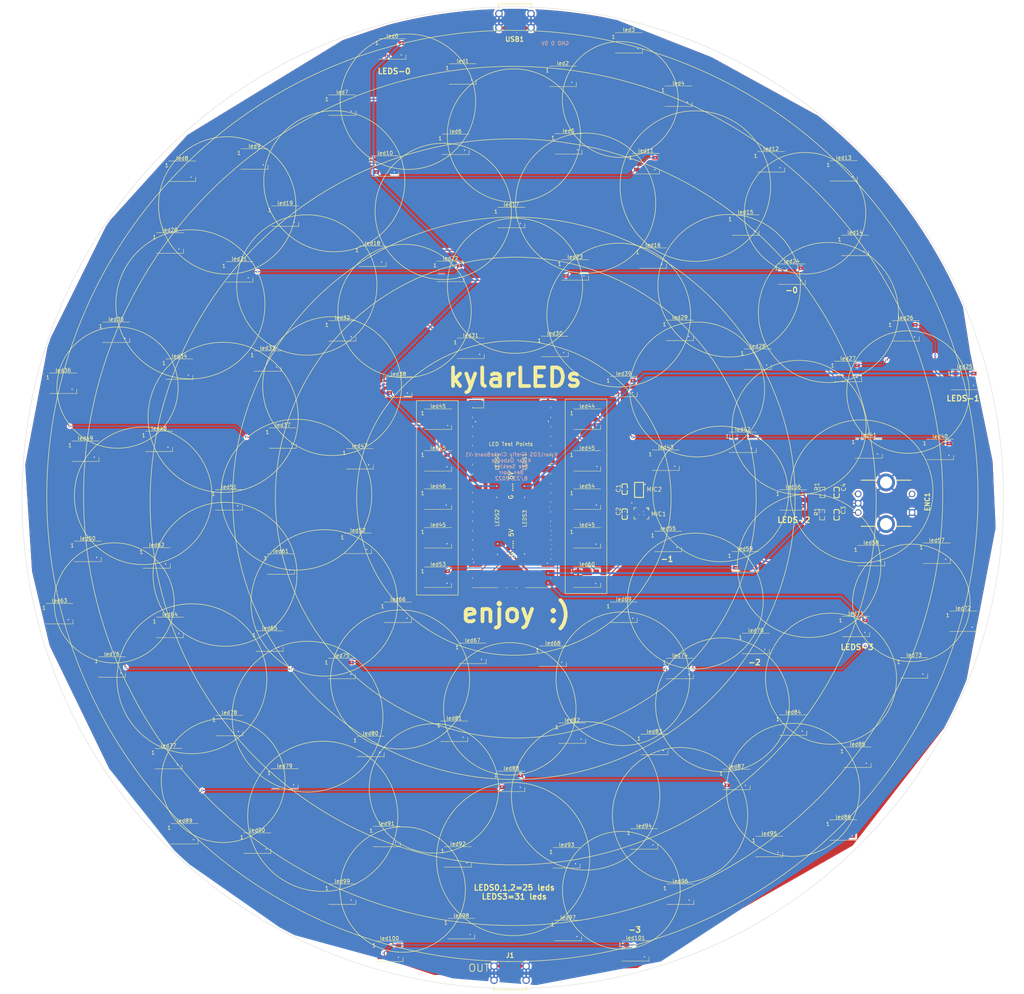
<source format=kicad_pcb>
(kicad_pcb (version 20211014) (generator pcbnew)
  (layers (0 "F.Cu" signal) (31 "B.Cu" signal) (34 "B.Paste" user) (35 "F.Paste" user) (36 "B.SilkS" user "B.Silkscreen") (37 "F.SilkS" user "F.Silkscreen") (38 "B.Mask" user) (39 "F.Mask" user) (44 "Edge.Cuts" user))
  (net 0 "")
  (net 1 "GND")
  (net 2 "5V")
  (net 3 "LINK03")
  (net 4 "LINK05")
  (net 5 "LINK06")
  (net 6 "LINK07")
  (net 7 "LINK08")
  (net 8 "LINK09")
  (net 9 "LINK10")
  (net 10 "LINK11")
  (net 11 "LINK12")
  (net 12 "LINK13")
  (net 13 "LINK14")
  (net 14 "LINK15")
  (net 15 "LINK16")
  (net 16 "LINK17")
  (net 17 "LINK18")
  (net 18 "LINK19")
  (net 19 "LINK20")
  (net 20 "LINK21")
  (net 21 "LINK22")
  (net 22 "LINK23")
  (net 23 "LINK24")
  (net 24 "LINK25")
  (net 25 "LINK26")
  (net 26 "LINK27")
  (net 27 "LINK28")
  (net 28 "LINK29")
  (net 29 "LINK30")
  (net 30 "LINK31")
  (net 31 "LINK32")
  (net 32 "LINK33")
  (net 33 "LINK34")
  (net 34 "LINK35")
  (net 35 "LINK36")
  (net 36 "LINK37")
  (net 37 "LINK38")
  (net 38 "LINK39")
  (net 39 "LINK40")
  (net 40 "LINK41")
  (net 41 "LINK42")
  (net 42 "LINK43")
  (net 43 "LINK44")
  (net 44 "LINK47")
  (net 45 "LINK48")
  (net 46 "LINK49")
  (net 47 "LINK50")
  (net 48 "LINK51")
  (net 49 "LINK52")
  (net 50 "LINK57")
  (net 51 "LINK58")
  (net 52 "LINK59")
  (net 53 "LINK61")
  (net 54 "LINK62")
  (net 55 "LINK63")
  (net 56 "LINK64")
  (net 57 "LINK65")
  (net 58 "LINK66")
  (net 59 "LINK67")
  (net 60 "LINK68")
  (net 61 "LINK69")
  (net 62 "LINK70")
  (net 63 "LINK72")
  (net 64 "LINK73")
  (net 65 "LINK74")
  (net 66 "LINK75")
  (net 67 "LINK76")
  (net 68 "LINK77")
  (net 69 "LINK78")
  (net 70 "LINK79")
  (net 71 "LINK80")
  (net 72 "LINK81")
  (net 73 "LINK82")
  (net 74 "LINK83")
  (net 75 "LINK84")
  (net 76 "LINK85")
  (net 77 "LINK86")
  (net 78 "LINK87")
  (net 79 "LINK88")
  (net 80 "LINK89")
  (net 81 "LINK90")
  (net 82 "LINK91")
  (net 83 "LINK92")
  (net 84 "LINK93")
  (net 85 "LINK94")
  (net 86 "LINK95")
  (net 87 "LINK96")
  (net 88 "LINK97")
  (net 89 "LINK98")
  (net 90 "LINK99")
  (net 91 "LINK100")
  (net 92 "LINK04")
  (net 93 "LINK101")
  (net 94 "LINK01")
  (net 95 "LINK02")
  (net 96 "link_45_a")
  (net 97 "link_54_a")
  (net 98 "link_55_a")
  (net 99 "link_60_a")
  (net 100 "link_61_a")
  (net 101 "link_53_a")
  (net 102 "link_54_b")
  (net 103 "link_46_b")
  (net 104 "link_47_b")
  (net 105 "link_45_b")
  (net 106 "LEDS0")
  (net 107 "LEDS1")
  (net 108 "LEDS2")
  (net 109 "LEDS3")
  (net 110 "ENC_A")
  (net 111 "ENC_B")
  (net 112 "PDM_DATA")
  (net 113 "PDM_CLK")
  (net 114 "ENC_SW")
  (net 115 "3V3")
  (net 116 "ADC2")
  (net 117 "ENC_B_raw")
  (net 118 "ENC_A_raw")
  (footprint "LED_WS2812B_PLCC4_5.0x5.0mm_P3.2mm" (layer "F.Cu") (at 147.9 105.3)
    (fp_text reference "led44")
    (fp_text value "LED_WS2812B_PLCC4_5.0x5.0mm_P3.2mm")
  )
  (footprint "easyeda:C0603" (layer "F.Cu") (at 215 131 90)
    (fp_text reference "C3")
    (fp_text value "C0603" hide)
  )
  (footprint "LED_WS2812B_PLCC4_5.0x5.0mm_P3.2mm" (layer "F.Cu") (at 51.689 187.706)
    (fp_text reference "led78")
    (fp_text value "LED_WS2812B_PLCC4_5.0x5.0mm_P3.2mm")
  )
  (footprint "LED_WS2812B_PLCC4_5.0x5.0mm_P3.2mm" (layer "F.Cu") (at 190.373 143.637)
    (fp_text reference "led59")
    (fp_text value "LED_WS2812B_PLCC4_5.0x5.0mm_P3.2mm")
  )
  (footprint "LED_WS2812B_PLCC4_5.0x5.0mm_P3.2mm" (layer "F.Cu") (at 107.8 116.5)
    (fp_text reference "led45")
    (fp_text value "LED_WS2812B_PLCC4_5.0x5.0mm_P3.2mm")
  )
  (footprint "LED_WS2812B_PLCC4_5.0x5.0mm_P3.2mm" (layer "F.Cu") (at 51.562 127)
    (fp_text reference "led51")
    (fp_text value "LED_WS2812B_PLCC4_5.0x5.0mm_P3.2mm")
  )
  (footprint "MCU_RaspberryPi_and_Boards:RPi_Pico_SMD_TH_removes_novia" (layer "F.Cu") (at 127.6 125.1)
    (fp_text reference "U2" hide)
    (fp_text value "Pico")
  )
  (footprint "LED_WS2812B_PLCC4_5.0x5.0mm_P3.2mm" (layer "F.Cu") (at 97.028 157.226)
    (fp_text reference "led66")
    (fp_text value "LED_WS2812B_PLCC4_5.0x5.0mm_P3.2mm")
  )
  (footprint "LED_WS2812B_PLCC4_5.0x5.0mm_P3.2mm" (layer "F.Cu") (at 59.182 219.329)
    (fp_text reference "led90")
    (fp_text value "LED_WS2812B_PLCC4_5.0x5.0mm_P3.2mm")
  )
  (footprint "LED_WS2812B_PLCC4_5.0x5.0mm_P3.2mm" (layer "F.Cu") (at 112.522 31.369)
    (fp_text reference "led6")
    (fp_text value "LED_WS2812B_PLCC4_5.0x5.0mm_P3.2mm")
  )
  (footprint "LED_WS2812B_PLCC4_5.0x5.0mm_P3.2mm" (layer "F.Cu") (at 114.427 12.446)
    (fp_text reference "led1")
    (fp_text value "LED_WS2812B_PLCC4_5.0x5.0mm_P3.2mm")
  )
  (footprint "LED_WS2812B_PLCC4_5.0x5.0mm_P3.2mm" (layer "F.Cu") (at 203.327 127)
    (fp_text reference "led56")
    (fp_text value "LED_WS2812B_PLCC4_5.0x5.0mm_P3.2mm")
  )
  (footprint "LED_WS2812B_PLCC4_5.0x5.0mm_P3.2mm" (layer "F.Cu") (at 112.141 189.23)
    (fp_text reference "led81")
    (fp_text value "LED_WS2812B_PLCC4_5.0x5.0mm_P3.2mm")
  )
  (footprint "LED_WS2812B_PLCC4_5.0x5.0mm_P3.2mm" (layer "F.Cu") (at 65.532 144.272)
    (fp_text reference "led61")
    (fp_text value "LED_WS2812B_PLCC4_5.0x5.0mm_P3.2mm")
  )
  (footprint "LED_WS2812B_PLCC4_5.0x5.0mm_P3.2mm" (layer "F.Cu") (at 32.131 142.621)
    (fp_text reference "led62")
    (fp_text value "LED_WS2812B_PLCC4_5.0x5.0mm_P3.2mm")
  )
  (footprint "LED_WS2812B_PLCC4_5.0x5.0mm_P3.2mm" (layer "F.Cu") (at 147.9 147.8)
    (fp_text reference "led60")
    (fp_text value "LED_WS2812B_PLCC4_5.0x5.0mm_P3.2mm")
  )
  (footprint "LED_WS2812B_PLCC4_5.0x5.0mm_P3.2mm" (layer "F.Cu") (at 94.742 248.412)
    (fp_text reference "led100")
    (fp_text value "LED_WS2812B_PLCC4_5.0x5.0mm_P3.2mm")
  )
  (footprint "easyeda:R0603" (layer "F.Cu") (at 211.1 131 90)
    (fp_text reference "R1")
    (fp_text value "R0603" hide)
  )
  (footprint "kylarLEDs:ledstrip_3pin_10mm" (layer "F.Cu") (at 131 128.3 180)
    (fp_text reference "LEDS1")
    (fp_text value "ledstrip_3pin_10mm" hide)
  )
  (footprint "LED_WS2812B_PLCC4_5.0x5.0mm_P3.2mm" (layer "F.Cu") (at 172.974 233.045)
    (fp_text reference "led96")
    (fp_text value "LED_WS2812B_PLCC4_5.0x5.0mm_P3.2mm")
  )
  (footprint "LED_WS2812B_PLCC4_5.0x5.0mm_P3.2mm" (layer "F.Cu") (at 82.042 233.045)
    (fp_text reference "led99")
    (fp_text value "LED_WS2812B_PLCC4_5.0x5.0mm_P3.2mm")
  )
  (footprint "LED_WS2812B_PLCC4_5.0x5.0mm_P3.2mm" (layer "F.Cu") (at 111.125 65.532)
    (fp_text reference "led22")
    (fp_text value "LED_WS2812B_PLCC4_5.0x5.0mm_P3.2mm")
  )
  (footprint "LED_WS2812B_PLCC4_5.0x5.0mm_P3.2mm" (layer "F.Cu") (at 143.891 189.738)
    (fp_text reference "led82")
    (fp_text value "LED_WS2812B_PLCC4_5.0x5.0mm_P3.2mm")
  )
  (footprint "LED_WS2812B_PLCC4_5.0x5.0mm_P3.2mm" (layer "F.Cu") (at 58.42 35.306)
    (fp_text reference "led9")
    (fp_text value "LED_WS2812B_PLCC4_5.0x5.0mm_P3.2mm")
  )
  (footprint "LED_WS2812B_PLCC4_5.0x5.0mm_P3.2mm" (layer "F.Cu") (at 233.553 81.534)
    (fp_text reference "led26")
    (fp_text value "LED_WS2812B_PLCC4_5.0x5.0mm_P3.2mm")
  )
  (footprint "LED_WS2812B_PLCC4_5.0x5.0mm_P3.2mm" (layer "F.Cu") (at 157.734 96.52)
    (fp_text reference "led39")
    (fp_text value "LED_WS2812B_PLCC4_5.0x5.0mm_P3.2mm")
  )
  (footprint "LED_WS2812B_PLCC4_5.0x5.0mm_P3.2mm" (layer "F.Cu") (at 39.624 216.789)
    (fp_text reference "led89")
    (fp_text value "LED_WS2812B_PLCC4_5.0x5.0mm_P3.2mm")
  )
  (footprint "LED_WS2812B_PLCC4_5.0x5.0mm_P3.2mm" (layer "F.Cu") (at 114.046 242.316)
    (fp_text reference "led98")
    (fp_text value "LED_WS2812B_PLCC4_5.0x5.0mm_P3.2mm")
  )
  (footprint "LED_WS2812B_PLCC4_5.0x5.0mm_P3.2mm" (layer "F.Cu") (at 249.047 159.639)
    (fp_text reference "led72")
    (fp_text value "LED_WS2812B_PLCC4_5.0x5.0mm_P3.2mm")
  )
  (footprint "LED_WS2812B_PLCC4_5.0x5.0mm_P3.2mm" (layer "F.Cu") (at 113.157 223.012)
    (fp_text reference "led92")
    (fp_text value "LED_WS2812B_PLCC4_5.0x5.0mm_P3.2mm")
  )
  (footprint "kylarLEDs:ledstrip_3pin_10mm" (layer "F.Cu") (at 123.8 143.6 180)
    (fp_text reference "LEDS2")
    (fp_text value "ledstrip_3pin_10mm" hide)
  )
  (footprint "kylarLEDs:ledstrip_3pin_10mm" (layer "F.Cu") (at 131.1 143.6 180)
    (fp_text reference "LEDS3")
    (fp_text value "ledstrip_3pin_10mm" hide)
  )
  (footprint "LED_WS2812B_PLCC4_5.0x5.0mm_P3.2mm" (layer "F.Cu") (at 172.847 81.407)
    (fp_text reference "led29")
    (fp_text value "LED_WS2812B_PLCC4_5.0x5.0mm_P3.2mm")
  )
  (footprint "LED_WS2812B_PLCC4_5.0x5.0mm_P3.2mm" (layer "F.Cu") (at 220.218 161.036)
    (fp_text reference "led71")
    (fp_text value "LED_WS2812B_PLCC4_5.0x5.0mm_P3.2mm")
  )
  (footprint "LED_WS2812B_PLCC4_5.0x5.0mm_P3.2mm" (layer "F.Cu") (at 218.059 92.456)
    (fp_text reference "led27")
    (fp_text value "LED_WS2812B_PLCC4_5.0x5.0mm_P3.2mm")
  )
  (footprint "SamacSys_Parts:PEC12R-4XXXF-SXXXX_court" (layer "F.Cu") (at 228.3 127.9 -90)
    (fp_text reference "ENC1")
    (fp_text value "PEC12R-4215F-S0024" hide)
  )
  (footprint "LED_WS2812B_PLCC4_5.0x5.0mm_P3.2mm" (layer "F.Cu") (at 224.282 141.986)
    (fp_text reference "led58")
    (fp_text value "LED_WS2812B_PLCC4_5.0x5.0mm_P3.2mm")
  )
  (footprint "LED_WS2812B_PLCC4_5.0x5.0mm_P3.2mm" (layer "F.Cu") (at 160.909 248.285)
    (fp_text reference "led101")
    (fp_text value "LED_WS2812B_PLCC4_5.0x5.0mm_P3.2mm")
  )
  (footprint "easyeda:C0603" (layer "F.Cu") (at 158 130.8 90)
    (fp_text reference "C2")
    (fp_text value "C0603" hide)
  )
  (footprint "LED_WS2812B_PLCC4_5.0x5.0mm_P3.2mm" (layer "F.Cu") (at 142.875 31.242)
    (fp_text reference "led5")
    (fp_text value "LED_WS2812B_PLCC4_5.0x5.0mm_P3.2mm")
  )
  (footprint "LED_WS2812B_PLCC4_5.0x5.0mm_P3.2mm" (layer "F.Cu") (at 203.327 187.579)
    (fp_text reference "led84")
    (fp_text value "LED_WS2812B_PLCC4_5.0x5.0mm_P3.2mm")
  )
  (footprint "LED_WS2812B_PLCC4_5.0x5.0mm_P3.2mm" (layer "F.Cu") (at 116.586 86.233)
    (fp_text reference "led31")
    (fp_text value "LED_WS2812B_PLCC4_5.0x5.0mm_P3.2mm")
  )
  (footprint "LED_WS2812B_PLCC4_5.0x5.0mm_P3.2mm" (layer "F.Cu") (at 188.087 202.184)
    (fp_text reference "led87")
    (fp_text value "LED_WS2812B_PLCC4_5.0x5.0mm_P3.2mm")
  )
  (footprint "LED_WS2812B_PLCC4_5.0x5.0mm_P3.2mm" (layer "F.Cu") (at 32.766 111.252)
    (fp_text reference "led48")
    (fp_text value "LED_WS2812B_PLCC4_5.0x5.0mm_P3.2mm")
  )
  (footprint "LED_WS2812B_PLCC4_5.0x5.0mm_P3.2mm" (layer "F.Cu") (at 242.824 113.411)
    (fp_text reference "led40")
    (fp_text value "LED_WS2812B_PLCC4_5.0x5.0mm_P3.2mm")
  )
  (footprint "LED_WS2812B_PLCC4_5.0x5.0mm_P3.2mm" (layer "F.Cu") (at 249.428 94.615)
    (fp_text reference "led25")
    (fp_text value "LED_WS2812B_PLCC4_5.0x5.0mm_P3.2mm")
  )
  (footprint "LED_WS2812B_PLCC4_5.0x5.0mm_P3.2mm" (layer "F.Cu") (at 61.976 89.662)
    (fp_text reference "led33")
    (fp_text value "LED_WS2812B_PLCC4_5.0x5.0mm_P3.2mm")
  )
  (footprint "LED_WS2812B_PLCC4_5.0x5.0mm_P3.2mm" (layer "F.Cu") (at 172.466 18.415)
    (fp_text reference "led4")
    (fp_text value "LED_WS2812B_PLCC4_5.0x5.0mm_P3.2mm")
  )
  (footprint "LED_WS2812B_PLCC4_5.0x5.0mm_P3.2mm" (layer "F.Cu") (at 38.227 91.821)
    (fp_text reference "led34")
    (fp_text value "LED_WS2812B_PLCC4_5.0x5.0mm_P3.2mm")
  )
  (footprint "LED_WS2812B_PLCC4_5.0x5.0mm_P3.2mm" (layer "F.Cu") (at 189.738 111.506)
    (fp_text reference "led42")
    (fp_text value "LED_WS2812B_PLCC4_5.0x5.0mm_P3.2mm")
  )
  (footprint "LED_WS2812B_PLCC4_5.0x5.0mm_P3.2mm" (layer "F.Cu") (at 144.653 65.151)
    (fp_text reference "led23")
    (fp_text value "LED_WS2812B_PLCC4_5.0x5.0mm_P3.2mm")
  )
  (footprint "LED_WS2812B_PLCC4_5.0x5.0mm_P3.2mm" (layer "F.Cu") (at 165.989 192.786)
    (fp_text reference "led83")
    (fp_text value "LED_WS2812B_PLCC4_5.0x5.0mm_P3.2mm")
  )
  (footprint "LED_WS2812B_PLCC4_5.0x5.0mm_P3.2mm" (layer "F.Cu") (at 223.647 113.03)
    (fp_text reference "led41")
    (fp_text value "LED_WS2812B_PLCC4_5.0x5.0mm_P3.2mm")
  )
  (footprint "easyeda:R0603" (layer "F.Cu") (at 211.2 125 90)
    (fp_text reference "R1")
    (fp_text value "R0603" hide)
  )
  (footprint "LED_WS2812B_PLCC4_5.0x5.0mm_P3.2mm" (layer "F.Cu") (at 138.684 169.037)
    (fp_text reference "led68")
    (fp_text value "LED_WS2812B_PLCC4_5.0x5.0mm_P3.2mm")
  )
  (footprint "SamacSys_Parts:USB4125GFA0190" (layer "F.Cu") (at 128.5 -3 180)
    (fp_text reference "USB1")
    (fp_text value "USB4125-GF-A-0190" hide)
  )
  (footprint "LED_WS2812B_PLCC4_5.0x5.0mm_P3.2mm" (layer "F.Cu") (at 139.192 85.725)
    (fp_text reference "led30")
    (fp_text value "LED_WS2812B_PLCC4_5.0x5.0mm_P3.2mm")
  )
  (footprint "easyeda:C0603" (layer "F.Cu") (at 215 125 90)
    (fp_text reference "C4")
    (fp_text value "C0603" hide)
  )
  (footprint "LED_WS2812B_PLCC4_5.0x5.0mm_P3.2mm" (layer "F.Cu") (at 127.508 51.054)
    (fp_text reference "led17")
    (fp_text value "LED_WS2812B_PLCC4_5.0x5.0mm_P3.2mm")
  )
  (footprint "LED_WS2812B_PLCC4_5.0x5.0mm_P3.2mm" (layer "F.Cu") (at 127.508 202.692)
    (fp_text reference "led88")
    (fp_text value "LED_WS2812B_PLCC4_5.0x5.0mm_P3.2mm")
  )
  (footprint "LED_WS2812B_PLCC4_5.0x5.0mm_P3.2mm" (layer "F.Cu") (at 157.734 157.226)
    (fp_text reference "led69")
    (fp_text value "LED_WS2812B_PLCC4_5.0x5.0mm_P3.2mm")
  )
  (footprint "LED_WS2812B_PLCC4_5.0x5.0mm_P3.2mm" (layer "F.Cu") (at 107.8 105.3)
    (fp_text reference "led45")
    (fp_text value "LED_WS2812B_PLCC4_5.0x5.0mm_P3.2mm")
  )
  (footprint "LED_WS2812B_PLCC4_5.0x5.0mm_P3.2mm" (layer "F.Cu") (at 97.155 96.647)
    (fp_text reference "led38")
    (fp_text value "LED_WS2812B_PLCC4_5.0x5.0mm_P3.2mm")
  )
  (footprint "LED_WS2812B_PLCC4_5.0x5.0mm_P3.2mm" (layer "F.Cu") (at 6.985 95.631)
    (fp_text reference "led36")
    (fp_text value "LED_WS2812B_PLCC4_5.0x5.0mm_P3.2mm")
  )
  (footprint "LED_WS2812B_PLCC4_5.0x5.0mm_P3.2mm" (layer "F.Cu") (at 13.589 140.843)
    (fp_text reference "led50")
    (fp_text value "LED_WS2812B_PLCC4_5.0x5.0mm_P3.2mm")
  )
  (footprint "LED_WS2812B_PLCC4_5.0x5.0mm_P3.2mm" (layer "F.Cu") (at 219.964 58.547)
    (fp_text reference "led14")
    (fp_text value "LED_WS2812B_PLCC4_5.0x5.0mm_P3.2mm")
  )
  (footprint "LED_WS2812B_PLCC4_5.0x5.0mm_P3.2mm" (layer "F.Cu") (at 35.687 57.912)
    (fp_text reference "led20")
    (fp_text value "LED_WS2812B_PLCC4_5.0x5.0mm_P3.2mm")
  )
  (footprint "LED_WS2812B_PLCC4_5.0x5.0mm_P3.2mm" (layer "F.Cu") (at 169.037 116.332)
    (fp_text reference "led43")
    (fp_text value "LED_WS2812B_PLCC4_5.0x5.0mm_P3.2mm")
  )
  (footprint "LED_WS2812B_PLCC4_5.0x5.0mm_P3.2mm" (layer "F.Cu") (at 216.916 38.481)
    (fp_text reference "led13")
    (fp_text value "LED_WS2812B_PLCC4_5.0x5.0mm_P3.2mm")
  )
  (footprint "LED_WS2812B_PLCC4_5.0x5.0mm_P3.2mm" (layer "F.Cu") (at 165.608 61.976)
    (fp_text reference "led16")
    (fp_text value "LED_WS2812B_PLCC4_5.0x5.0mm_P3.2mm")
  )
  (footprint "LED_WS2812B_PLCC4_5.0x5.0mm_P3.2mm" (layer "F.Cu") (at 5.969 157.607)
    (fp_text reference "led63")
    (fp_text value "LED_WS2812B_PLCC4_5.0x5.0mm_P3.2mm")
  )
  (footprint "LED_WS2812B_PLCC4_5.0x5.0mm_P3.2mm" (layer "F.Cu") (at 62.484 164.973)
    (fp_text reference "led65")
    (fp_text value "LED_WS2812B_PLCC4_5.0x5.0mm_P3.2mm")
  )
  (footprint "LED_WS2812B_PLCC4_5.0x5.0mm_P3.2mm" (layer "F.Cu") (at 82.042 81.534)
    (fp_text reference "led32")
    (fp_text value "LED_WS2812B_PLCC4_5.0x5.0mm_P3.2mm")
  )
  (footprint "kylarLEDs:ledstrip_3pin_10mm" (layer "F.Cu") (at 123.6 128.3 180)
    (fp_text reference "LEDS0")
    (fp_text value "ledstrip_3pin_10mm" hide)
  )
  (footprint "LED_WS2812B_PLCC4_5.0x5.0mm_P3.2mm" (layer "F.Cu") (at 142.367 223.266)
    (fp_text reference "led93")
    (fp_text value "LED_WS2812B_PLCC4_5.0x5.0mm_P3.2mm")
  )
  (footprint "LED_WS2812B_PLCC4_5.0x5.0mm_P3.2mm" (layer "F.Cu") (at 163.703 36.576)
    (fp_text reference "led11")
    (fp_text value "LED_WS2812B_PLCC4_5.0x5.0mm_P3.2mm")
  )
  (footprint "LED_WS2812B_PLCC4_5.0x5.0mm_P3.2mm" (layer "F.Cu") (at 21.209 81.915)
    (fp_text reference "led35")
    (fp_text value "LED_WS2812B_PLCC4_5.0x5.0mm_P3.2mm")
  )
  (footprint "LED_WS2812B_PLCC4_5.0x5.0mm_P3.2mm" (layer "F.Cu") (at 93.98 217.551)
    (fp_text reference "led91")
    (fp_text value "LED_WS2812B_PLCC4_5.0x5.0mm_P3.2mm")
  )
  (footprint "LED_WS2812B_PLCC4_5.0x5.0mm_P3.2mm" (layer "F.Cu") (at 142.748 242.824)
    (fp_text reference "led97")
    (fp_text value "LED_WS2812B_PLCC4_5.0x5.0mm_P3.2mm")
  )
  (footprint "LED_WS2812B_PLCC4_5.0x5.0mm_P3.2mm" (layer "F.Cu") (at 20.066 171.958)
    (fp_text reference "led76")
    (fp_text value "LED_WS2812B_PLCC4_5.0x5.0mm_P3.2mm")
  )
  (footprint "LED_WS2812B_PLCC4_5.0x5.0mm_P3.2mm" (layer "F.Cu") (at 172.847 172.339)
    (fp_text reference "led74")
    (fp_text value "LED_WS2812B_PLCC4_5.0x5.0mm_P3.2mm")
  )
  (footprint "LED_WS2812B_PLCC4_5.0x5.0mm_P3.2mm" (layer "F.Cu") (at 81.915 172.339)
    (fp_text reference "led75")
    (fp_text value "LED_WS2812B_PLCC4_5.0x5.0mm_P3.2mm")
  )
  (footprint "LED_WS2812B_PLCC4_5.0x5.0mm_P3.2mm" (layer "F.Cu") (at 66.675 50.673)
    (fp_text reference "led19")
    (fp_text value "LED_WS2812B_PLCC4_5.0x5.0mm_P3.2mm")
  )
  (footprint "LED_WS2812B_PLCC4_5.0x5.0mm_P3.2mm" (layer "F.Cu") (at 202.946 66.294)
    (fp_text reference "led24")
    (fp_text value "LED_WS2812B_PLCC4_5.0x5.0mm_P3.2mm")
  )
  (footprint "LED_WS2812B_PLCC4_5.0x5.0mm_P3.2mm" (layer "F.Cu") (at 38.989 38.608)
    (fp_text reference "led8")
    (fp_text value "LED_WS2812B_PLCC4_5.0x5.0mm_P3.2mm")
  )
  (footprint "LED_WS2812B_PLCC4_5.0x5.0mm_P3.2mm" (layer "F.Cu") (at 159.131 4.064)
    (fp_text reference "led3")
    (fp_text value "LED_WS2812B_PLCC4_5.0x5.0mm_P3.2mm")
  )
  (footprint "LED_WS2812B_PLCC4_5.0x5.0mm_P3.2mm" (layer "F.Cu") (at 220.599 196.215)
    (fp_text reference "led85")
    (fp_text value "LED_WS2812B_PLCC4_5.0x5.0mm_P3.2mm")
  )
  (footprint "LED_WS2812B_PLCC4_5.0x5.0mm_P3.2mm" (layer "F.Cu") (at 235.839 172.212)
    (fp_text reference "led73")
    (fp_text value "LED_WS2812B_PLCC4_5.0x5.0mm_P3.2mm")
  )
  (footprint "LED_WS2812B_PLCC4_5.0x5.0mm_P3.2mm" (layer "F.Cu") (at 196.85 220.218)
    (fp_text reference "led95")
    (fp_text value "LED_WS2812B_PLCC4_5.0x5.0mm_P3.2mm")
  )
  (footprint "LED_WS2812B_PLCC4_5.0x5.0mm_P3.2mm" (layer "F.Cu") (at 90.17 61.468)
    (fp_text reference "led18")
    (fp_text value "LED_WS2812B_PLCC4_5.0x5.0mm_P3.2mm")
  )
  (footprint "LED_WS2812B_PLCC4_5.0x5.0mm_P3.2mm" (layer "F.Cu") (at 93.599 37.211)
    (fp_text reference "led10")
    (fp_text value "LED_WS2812B_PLCC4_5.0x5.0mm_P3.2mm")
  )
  (footprint "LED_WS2812B_PLCC4_5.0x5.0mm_P3.2mm" (layer "F.Cu") (at 193.294 165.608)
    (fp_text reference "led70")
    (fp_text value "LED_WS2812B_PLCC4_5.0x5.0mm_P3.2mm")
  )
  (footprint "LED_WS2812B_PLCC4_5.0x5.0mm_P3.2mm" (layer "F.Cu") (at 95.504 5.715)
    (fp_text reference "led0")
    (fp_text value "LED_WS2812B_PLCC4_5.0x5.0mm_P3.2mm")
  )
  (footprint "LED_WS2812B_PLCC4_5.0x5.0mm_P3.2mm" (layer "F.Cu") (at 66.04 110.363)
    (fp_text reference "led37")
    (fp_text value "LED_WS2812B_PLCC4_5.0x5.0mm_P3.2mm")
  )
  (footprint "LED_WS2812B_PLCC4_5.0x5.0mm_P3.2mm" (layer "F.Cu") (at 117.094 168.275)
    (fp_text reference "led67")
    (fp_text value "LED_WS2812B_PLCC4_5.0x5.0mm_P3.2mm")
  )
  (footprint "LED_WS2812B_PLCC4_5.0x5.0mm_P3.2mm" (layer "F.Cu") (at 107.8 126.8)
    (fp_text reference "led46")
    (fp_text value "LED_WS2812B_PLCC4_5.0x5.0mm_P3.2mm")
  )
  (footprint "easyeda:C0603" (layer "F.Cu") (at 158 124.1 90)
    (fp_text reference "C1")
    (fp_text value "C0603" hide)
  )
  (footprint "LED_WS2812B_PLCC4_5.0x5.0mm_P3.2mm" (layer "F.Cu") (at 169.672 138.176)
    (fp_text reference "led55")
    (fp_text value "LED_WS2812B_PLCC4_5.0x5.0mm_P3.2mm")
  )
  (footprint "LED_WS2812B_PLCC4_5.0x5.0mm_P3.2mm" (layer "F.Cu") (at 190.5 53.086)
    (fp_text reference "led15")
    (fp_text value "LED_WS2812B_PLCC4_5.0x5.0mm_P3.2mm")
  )
  (footprint "LED_WS2812B_PLCC4_5.0x5.0mm_P3.2mm" (layer "F.Cu") (at 35.687 161.29)
    (fp_text reference "led64")
    (fp_text value "LED_WS2812B_PLCC4_5.0x5.0mm_P3.2mm")
  )
  (footprint "LED_WS2812B_PLCC4_5.0x5.0mm_P3.2mm" (layer "F.Cu") (at 163.195 218.186)
    (fp_text reference "led94")
    (fp_text value "LED_WS2812B_PLCC4_5.0x5.0mm_P3.2mm")
  )
  (footprint "LED_WS2812B_PLCC4_5.0x5.0mm_P3.2mm" (layer "F.Cu") (at 89.662 193.294)
    (fp_text reference "led80")
    (fp_text value "LED_WS2812B_PLCC4_5.0x5.0mm_P3.2mm")
  )
  (footprint "SamacSys_Parts:USB4125GFA0190" (layer "F.Cu") (at 127.18 255.4)
    (fp_text reference "J1")
    (fp_text value "USB4125-GF-A-0190" hide)
  )
  (footprint "easyeda:MIC-SMD_4P-L3.8-W2.3-P2.66-BR" (layer "F.Cu") (at 161.8635 124.284)
    (fp_text reference "MIC2")
    (fp_text value "MIC-SMD_4P-L3.8-W2.3-P2.66-BR" hide)
  )
  (footprint "LED_WS2812B_PLCC4_5.0x5.0mm_P3.2mm" (layer "F.Cu") (at 147.9 137.2)
    (fp_text reference "led45")
    (fp_text value "LED_WS2812B_PLCC4_5.0x5.0mm_P3.2mm")
  )
  (footprint "LED_WS2812B_PLCC4_5.0x5.0mm_P3.2mm" (layer "F.Cu") (at 197.358 36.068)
    (fp_text reference "led12")
    (fp_text value "LED_WS2812B_PLCC4_5.0x5.0mm_P3.2mm")
  )
  (footprint "LED_WS2812B_PLCC4_5.0x5.0mm_P3.2mm" (layer "F.Cu") (at 86.741 115.951)
    (fp_text reference "led47")
    (fp_text value "LED_WS2812B_PLCC4_5.0x5.0mm_P3.2mm")
  )
  (footprint "LED_WS2812B_PLCC4_5.0x5.0mm_P3.2mm" (layer "F.Cu") (at 141.351 13.081)
    (fp_text reference "led2")
    (fp_text value "LED_WS2812B_PLCC4_5.0x5.0mm_P3.2mm")
  )
  (footprint "LED_WS2812B_PLCC4_5.0x5.0mm_P3.2mm" (layer "F.Cu") (at 35.306 196.596)
    (fp_text reference "led77")
    (fp_text value "LED_WS2812B_PLCC4_5.0x5.0mm_P3.2mm")
  )
  (footprint "LED_WS2812B_PLCC4_5.0x5.0mm_P3.2mm" (layer "F.Cu") (at 82.042 20.828)
    (fp_text reference "led7")
    (fp_text value "LED_WS2812B_PLCC4_5.0x5.0mm_P3.2mm")
  )
  (footprint "LED_WS2812B_PLCC4_5.0x5.0mm_P3.2mm" (layer "F.Cu") (at 147.9 126.8)
    (fp_text reference "led54")
    (fp_text value "LED_WS2812B_PLCC4_5.0x5.0mm_P3.2mm")
  )
  (footprint "LED_WS2812B_PLCC4_5.0x5.0mm_P3.2mm" (layer "F.Cu") (at 241.935 141.351)
    (fp_text reference "led57")
    (fp_text value "LED_WS2812B_PLCC4_5.0x5.0mm_P3.2mm")
  )
  (footprint "LED_WS2812B_PLCC4_5.0x5.0mm_P3.2mm" (layer "F.Cu") (at 12.954 113.919)
    (fp_text reference "led49")
    (fp_text value "LED_WS2812B_PLCC4_5.0x5.0mm_P3.2mm")
  )
  (footprint "easyeda:MIC-SMD_8P-L3.0-W4.0-P0.85-BL" (layer "F.Cu") (at 162.5 130.6)
    (fp_text reference "MIC1")
    (fp_text value "MIC-SMD_8P-L3.0-W4.0-P0.85-BL" hide)
  )
  (footprint "LED_WS2812B_PLCC4_5.0x5.0mm_P3.2mm" (layer "F.Cu") (at 216.789 215.773)
    (fp_text reference "led86")
    (fp_text value "LED_WS2812B_PLCC4_5.0x5.0mm_P3.2mm")
  )
  (footprint "LED_WS2812B_PLCC4_5.0x5.0mm_P3.2mm" (layer "F.Cu") (at 147.9 116.5)
    (fp_text reference "led45")
    (fp_text value "LED_WS2812B_PLCC4_5.0x5.0mm_P3.2mm")
  )
  (footprint "LED_WS2812B_PLCC4_5.0x5.0mm_P3.2mm" (layer "F.Cu") (at 86.233 138.684)
    (fp_text reference "led52")
    (fp_text value "LED_WS2812B_PLCC4_5.0x5.0mm_P3.2mm")
  )
  (footprint "LED_WS2812B_PLCC4_5.0x5.0mm_P3.2mm" (layer "F.Cu") (at 107.8 137.2)
    (fp_text reference "led45")
    (fp_text value "LED_WS2812B_PLCC4_5.0x5.0mm_P3.2mm")
  )
  (footprint "LED_WS2812B_PLCC4_5.0x5.0mm_P3.2mm" (layer "F.Cu") (at 107.8 147.8)
    (fp_text reference "led53")
    (fp_text value "LED_WS2812B_PLCC4_5.0x5.0mm_P3.2mm")
  )
  (footprint "LED_WS2812B_PLCC4_5.0x5.0mm_P3.2mm" (layer "F.Cu") (at 193.802 89.154)
    (fp_text reference "led28")
    (fp_text value "LED_WS2812B_PLCC4_5.0x5.0mm_P3.2mm")
  )
  (footprint "LED_WS2812B_PLCC4_5.0x5.0mm_P3.2mm" (layer "F.Cu") (at 54.356 65.659)
    (fp_text reference "led21")
    (fp_text value "LED_WS2812B_PLCC4_5.0x5.0mm_P3.2mm")
  )
  (footprint "LED_WS2812B_PLCC4_5.0x5.0mm_P3.2mm" (layer "F.Cu") (at 66.548 202.057)
    (fp_text reference "led79")
    (fp_text value "LED_WS2812B_PLCC4_5.0x5.0mm_P3.2mm")
  )
  (gr_circle (center 221.7 124.7) (end 202.9 128.6) (layer "F.SilkS") (width 0.15) (fill none))
  (gr_circle (center 206.5 49.9) (end 217.6 37.9) (layer "F.SilkS") (width 0.15) (fill none))
  (gr_circle (center 50 202.5) (end 66.6 203.7) (layer "F.SilkS") (width 0.15) (fill none))
  (gr_circle (center 128 127.531547) (end 135.7 30.2) (layer "F.SilkS") (width 0.15) (fill none))
  (gr_circle (center 128.2 29) (end 127.3 46.9) (layer "F.SilkS") (width 0.15) (fill none))
  (gr_circle (center 41.6 175.1) (end 59.1 165.1) (layer "F.SilkS") (width 0.15) (fill none))
  (gr_rect (start 142 99.9) (end 153.2 152.2) (layer "F.SilkS") (width 0.15) (fill none))
  (gr_circle (center 235.1 154.7) (end 248.9 162.4) (layer "F.SilkS") (width 0.15) (fill none))
  (gr_circle (center 50 104.8) (end 60.9 87.8) (layer "F.SilkS") (width 0.15) (fill none))
  (gr_circle (center 147.5 47.2) (end 164.8 39.7) (layer "F.SilkS") (width 0.15) (fill none))
  (gr_circle (center 21.6 96.8) (end 32.3 109.1) (layer "F.SilkS") (width 0.15) (fill none))
  (gr_circle (center 156.4 77.3) (end 172.7 66.9) (layer "F.SilkS") (width 0.15) (fill none))
  (gr_circle (center 128.5 69.4) (end 146.4 66.2) (layer "F.SilkS") (width 0.15) (fill none))
  (gr_circle (center 212.8 76.6) (end 196.3 85.7) (layer "F.SilkS") (width 0.15) (fill none))
  (gr_circle (center 128 223.6) (end 128 203) (layer "F.SilkS") (width 0.15) (fill none))
  (gr_circle (center 128.2 126.5) (end 132.1 84.4) (layer "F.SilkS") (width 0.15) (fill none))
  (gr_circle (center 184.3 182.1) (end 193.6 166.7) (layer "F.SilkS") (width 0.15) (fill none))
  (gr_circle (center 99.7 19.9) (end 110.6 34.5) (layer "F.SilkS") (width 0.15) (fill none))
  (gr_circle (center 213.5 175.1) (end 197.9 166.9) (layer "F.SilkS") (width 0.15) (fill none))
  (gr_circle (center 50.5 147) (end 52 127.7) (layer "F.SilkS") (width 0.15) (fill none))
  (gr_circle (center 177.5 97.3) (end 187.7 112.3) (layer "F.SilkS") (width 0.15) (fill none))
  (gr_circle (center 172.9 211.8) (end 164.8 195.5) (layer "F.SilkS") (width 0.15) (fill none))
  (gr_rect (start 102 100.3) (end 113.2 152.6) (layer "F.SilkS") (width 0.15) (fill none))
  (gr_circle (center 127.8 125.934704) (end 158.4 4.5) (layer "F.SilkS") (width 0.15) (fill none))
  (gr_circle (center 203.3 205) (end 203.5 187.1) (layer "F.SilkS") (width 0.15) (fill none))
  (gr_circle (center 186.1 69.4) (end 205.1 66.9) (layer "F.SilkS") (width 0.15) (fill none))
  (gr_circle (center 156.8 19.3) (end 158.4 3.8) (layer "F.SilkS") (width 0.15) (fill none))
  (gr_circle (center 207.6 144.7) (end 226.5 140.8) (layer "F.SilkS") (width 0.15) (fill none))
  (gr_circle (center 128.2 126.560275) (end 134.6 51.2) (layer "F.SilkS") (width 0.15) (fill none))
  (gr_circle (center 177 154.2) (end 192 143.8) (layer "F.SilkS") (width 0.15) (fill none))
  (gr_circle (center 127.1 183.2) (end 142.3 173.9) (layer "F.SilkS") (width 0.15) (fill none))
  (gr_circle (center 20.7 154.7) (end 35 162.2) (layer "F.SilkS") (width 0.15) (fill none))
  (gr_circle (center 128 125.934704) (end 151.9 12.899055) (layer "F.SilkS") (width 0.15) (fill none))
  (gr_circle (center 72.5 69.2) (end 67.5 51) (layer "F.SilkS") (width 0.15) (fill none))
  (gr_circle (center 28.5 125.9) (end 47 125.4) (layer "F.SilkS") (width 0.15) (fill none))
  (gr_circle (center 128.7 126.380255) (end 135.7 62.1) (layer "F.SilkS") (width 0.15) (fill none))
  (gr_circle (center 147.5 206.6) (end 165.7 198.4) (layer "F.SilkS") (width 0.15) (fill none))
  (gr_circle (center 109.2 49.4) (end 112.1 31.3) (layer "F.SilkS") (width 0.15) (fill none))
  (gr_circle (center 51.1 47.8) (end 61.6 63) (layer "F.SilkS") (width 0.15) (fill none))
  (gr_circle (center 234.2 98) (end 232.6 81.6) (layer "F.SilkS") (width 0.15) (fill none))
  (gr_circle (center 204.9 107.5) (end 219.9 97.5) (layer "F.SilkS") (width 0.15) (fill none))
  (gr_circle (center 157.1 232) (end 163.9 217.7) (layer "F.SilkS") (width 0.15) (fill none))
  (gr_circle (center 41.2 74.4) (end 57.9 85.5) (layer "F.SilkS") (width 0.15) (fill none))
  (gr_circle (center 177 42.6) (end 165.7 59.4) (layer "F.SilkS") (width 0.15) (fill none))
  (gr_circle (center 79.9 41.3) (end 87.9 58.5) (layer "F.SilkS") (width 0.15) (fill none))
  (gr_circle (center 77.2 154.7) (end 96.9 154.9) (layer "F.SilkS") (width 0.15) (fill none))
  (gr_circle (center 157.5 175.1) (end 175.4 173.5) (layer "F.SilkS") (width 0.15) (fill none))
  (gr_circle (center 79.3 96.4) (end 97.9 94.8) (layer "F.SilkS") (width 0.15) (fill none))
  (gr_circle (center 106.7 204.6) (end 112.8 220.9) (layer "F.SilkS") (width 0.15) (fill none))
  (gr_circle (center 72.7 185.3) (end 65.9 166.2) (layer "F.SilkS") (width 0.15) (fill none))
  (gr_circle (center 98.8 76.2) (end 114.9 84.1) (layer "F.SilkS") (width 0.15) (fill none))
  (gr_circle (center 98.3 231.8) (end 113.5 224.5) (layer "F.SilkS") (width 0.15) (fill none))
  (gr_circle (center 183.8 125.4) (end 202 124.5) (layer "F.SilkS") (width 0.15) (fill none))
  (gr_circle (center 76.8 212.1) (end 88.3 195.5) (layer "F.SilkS") (width 0.15) (fill none))
  (gr_circle (center 69.7 125.6) (end 87.4 115.7) (layer "F.SilkS") (width 0.15) (fill none))
  (gr_circle (center 97.6 175.3) (end 115.1 181.9) (layer "F.SilkS") (width 0.15) (fill none))
  (gr_circle (center 127.9 126.4) (end 259.9 126.4) (layer "Edge.Cuts") (width 0.1) (fill none))
  (gr_text "GND D 5V" (at 139.3 4.2) (layer "B.SilkS") (effects (font (size 1 1)) (justify mirror)))
  (gr_text "KylarLEDS Firefly CircleBoard V1\nKylar Osborne\nRye Seekins\nBen Gorr\n8/23/2022" (at 127.5 118) (layer "B.SilkS") (effects (font (size 1 1)) (justify mirror)))
  (gr_text "-3" (at 160.7 242.6) (layer "F.SilkS") (effects (font (size 1.5 1.5) (thickness 0.3))))
  (gr_text "kylarLEDs" (at 128.5 94.1) (layer "F.SilkS") (effects (font (size 5 5) (thickness 1))))
  (gr_text "LEDS0,1,2=25 leds\nLEDS3=31 leds" (at 128.3 232.5) (layer "F.SilkS") (effects (font (size 1.5 1.5) (thickness 0.3))))
  (gr_text "LED Test Points" (at 127.4 112) (layer "F.SilkS") (effects (font (size 1 1))))
  (gr_text "LEDS-2" (at 203.5 132.4) (layer "F.SilkS") (effects (font (size 1.5 1.5) (thickness 0.3))))
  (gr_text "G .... 5V" (at 127.5 138.5 90) (layer "F.SilkS") (effects (font (size 1.2 1.2) (thickness 0.2))))
  (gr_text "LEDS-1" (at 249 99.7) (layer "F.SilkS") (effects (font (size 1.5 1.5) (thickness 0.3))))
  (gr_text "enjoy :)" (at 128.8 157.4) (layer "F.SilkS") (effects (font (size 5 5) (thickness 1))))
  (gr_text "G .... 5V" (at 127.4 123.1 90) (layer "F.SilkS") (effects (font (size 1.2 1.2) (thickness 0.2))))
  (gr_text "LEDS-0" (at 96 11.7) (layer "F.SilkS") (effects (font (size 1.5 1.5) (thickness 0.3))))
  (gr_text "-0" (at 202.9 70.6) (layer "F.SilkS") (effects (font (size 1.5 1.5) (thickness 0.3))))
  (gr_text "-1" (at 169.4 142.9) (layer "F.SilkS") (effects (font (size 1.5 1.5) (thickness 0.3))))
  (gr_text "-2" (at 192.9 170.7) (layer "F.SilkS") (effects (font (size 1.5 1.5) (thickness 0.3))))
  (gr_text "LEDS-3" (at 220.5 166.6) (layer "F.SilkS") (effects (font (size 1.5 1.5) (thickness 0.3))))
  (gr_text "OUT" (at 118.8 252.9) (layer "F.SilkS") (effects (font (size 2 2) (thickness 0.2))))
  (segment (start 132.74 0.08) (end 132.82 0) (width 0.5) (layer "F.Cu") (net 1))
  (segment (start 160.6 131.5) (end 160.775 131.325) (width 0.25) (layer "F.Cu") (net 1))
  (segment (start 161.2885 125.614) (end 158.814 125.614) (width 0.25) (layer "F.Cu") (net 1))
  (segment (start 158.814 125.614) (end 158 124.8) (width 0.25) (layer "F.Cu") (net 1))
  (segment (start 160.775 129.65) (end 161.05 129.375) (width 0.25) (layer "F.Cu") (net 1))
  (segment (start 122.94 252.32) (end 122.86 252.4) (width 0.5) (layer "F.Cu") (net 1))
  (segment (start 215 130.3) (end 217.4 127.9) (width 0.25) (layer "F.Cu") (net 1))
  (segment (start 161.05 129.375) (end 162.5 129.375) (width 0.25) (layer "F.Cu") (net 1))
  (segment (start 215 124.3) (end 217 122.3) (width 0.25) (layer "F.Cu") (net 1))
  (segment (start 131.42 252.32) (end 131.5 252.4) (width 0.5) (layer "F.Cu") (net 1))
  (segment (start 158 131.5) (end 159.9 129.6) (width 0.25) (layer "F.Cu") (net 1))
  (segment (start 159.9 127.8) (end 158 125.9) (width 0.25) (layer "F.Cu") (net 1))
  (segment (start 160.775 131.325) (end 160.775 130.6) (width 0.25) (layer "F.Cu") (net 1))
  (segment (start 125.75 0.08) (end 124.26 0.08) (width 0.5) (layer "F.Cu") (net 1))
  (segment (start 161.2885 125.614) (end 162.4385 125.614) (width 0.25) (layer "F.Cu") (net 1))
  (segment (start 217.4 127.9) (end 220.8 127.9) (width 0.25) (layer "F.Cu") (net 1))
  (segment (start 158 125.9) (end 158 124.8) (width 0.25) (layer "F.Cu") (net 1))
  (segment (start 217 122.3) (end 228.3 122.3) (width 0.25) (layer "F.Cu") (net 1))
  (segment (start 164.225 129.65) (end 164.225 130.6) (width 0.25) (layer "F.Cu") (net 1))
  (segment (start 131.25 0.08) (end 132.74 0.08) (width 0.5) (layer "F.Cu") (net 1))
  (segment (start 160.775 130.6) (end 160.775 129.65) (width 0.25) (layer "F.Cu") (net 1))
  (segment (start 161.370489 131.825) (end 162.5 131.825) (width 0.25) (layer "F.Cu") (net 1))
  (segment (start 129.93 252.32) (end 131.42 252.32) (width 0.5) (layer "F.Cu") (net 1))
  (segment (start 124.43 252.32) (end 122.94 252.32) (width 0.5) (layer "F.Cu") (net 1))
  (segment (start 124.26 0.08) (end 124.18 0) (width 0.5) (layer "F.Cu") (net 1))
  (segment (start 161.045489 131.5) (end 161.370489 131.825) (width 0.25) (layer "F.Cu") (net 1))
  (segment (start 162.5 129.375) (end 163.95 129.375) (width 0.25) (layer "F.Cu") (net 1))
  (segment (start 163.95 129.375) (end 164.225 129.65) (width 0.25) (layer "F.Cu") (net 1))
  (segment (start 158 131.5) (end 160.6 131.5) (width 0.25) (layer "F.Cu") (net 1))
  (segment (start 159.9 129.6) (end 159.9 127.8) (width 0.25) (layer "F.Cu") (net 1))
  (segment (start 160.6 131.5) (end 161.045489 131.5) (width 0.25) (layer "F.Cu") (net 1))
  (via (at 110.2 138.8) (size 0.6) (drill 0.3) (layers "F.Cu" "B.Cu") (net 1))
  (via (at 84.315 173.939) (size 0.6) (drill 0.3) (layers "F.Cu" "B.Cu") (net 1))
  (via (at 54.089 189.306) (size 0.6) (drill 0.3) (layers "F.Cu" "B.Cu") (net 1))
  (via (at 92.57 63.068) (size 0.6) (drill 0.3) (layers "F.Cu" "B.Cu") (net 1))
  (via (at 159.9 127.8) (size 0.6) (drill 0.3) (layers "F.Cu" "B.Cu") (net 1))
  (via (at 113.525 67.132) (size 0.6) (drill 0.3) (layers "F.Cu" "B.Cu") (net 1))
  (via (at 143.751 14.681) (size 0.6) (drill 0.3) (layers "F.Cu" "B.Cu") (net 1))
  (via (at 161.531 5.664) (size 0.6) (drill 0.3) (layers "F.Cu" "B.Cu") (net 1))
  (via (at 145.148 244.424) (size 0.6) (drill 0.3) (layers "F.Cu" "B.Cu") (net 1))
  (via (at 165.595 219.786) (size 0.6) (drill 0.3) (layers "F.Cu" "B.Cu") (net 1))
  (via (at 145.275 32.842) (size 0.6) (drill 0.3) (layers "F.Cu" "B.Cu") (net 1))
  (via (at 68.948 203.657) (size 0.6) (drill 0.3) (layers "F.Cu" "B.Cu") (net 1))
  (via (at 68.44 111.963) (size 0.6) (drill 0.3) (layers "F.Cu" "B.Cu") (net 1))
  (via (at 150.3 138.9) (size 0.6) (drill 0.3) (layers "F.Cu" "B.Cu") (net 1))
  (via (at 205.727 189.179) (size 0.6) (drill 0.3) (layers "F.Cu" "B.Cu") (net 1))
  (via (at 41.389 40.208) (size 0.6) (drill 0.3) (layers "F.Cu" "B.Cu") (net 1))
  (via (at 199.25 221.818) (size 0.6) (drill 0.3) (layers "F.Cu" "B.Cu") (net 1))
  (via (at 67.932 145.872) (size 0.6) (drill 0.3) (layers "F.Cu" "B.Cu") (net 1))
  (via (at 99.555 98.247) (size 0.6) (drill 0.3) (layers "F.Cu" "B.Cu") (net 1))
  (via (at 97.904 7.315) (size 0.6) (drill 0.3) (layers "F.Cu" "B.Cu") (net 1))
  (via (at 40.627 93.421) (size 0.6) (drill 0.3) (layers "F.Cu" "B.Cu") (net 1))
  (via (at 131.1 141.5) (size 0.6) (drill 0.3) (layers "F.Cu" "B.Cu") (net 1))
  (via (at 238.239 173.812) (size 0.6) (drill 0.3) (layers "F.Cu" "B.Cu") (net 1))
  (via (at 192.9 54.686) (size 0.6) (drill 0.3) (layers "F.Cu" "B.Cu") (net 1))
  (via (at 129.908 52.654) (size 0.6) (drill 0.3) (layers "F.Cu" "B.Cu") (net 1))
  (via (at 226.682 143.586) (size 0.6) (drill 0.3) (layers "F.Cu" "B.Cu") (net 1))
  (via (at 222.618 162.636) (size 0.6) (drill 0.3) (layers "F.Cu" "B.Cu") (net 1))
  (via (at 110.2 149.4) (size 0.6) (drill 0.3) (layers "F.Cu" "B.Cu") (net 1))
  (via (at 8.369 159.207) (size 0.6) (drill 0.3) (layers "F.Cu" "B.Cu") (net 1))
  (via (at 38.087 59.512) (size 0.6) (drill 0.3) (layers "F.Cu" "B.Cu") (net 1))
  (via (at 171.437 117.932) (size 0.6) (drill 0.3) (layers "F.Cu" "B.Cu") (net 1))
  (via (at 84.442 83.134) (size 0.6) (drill 0.3) (layers "F.Cu" "B.Cu") (net 1))
  (via (at 150.5 118) (size 0.6) (drill 0.3) (layers "F.Cu" "B.Cu") (net 1))
  (via (at 15.989 142.443) (size 0.6) (drill 0.3) (layers "F.Cu" "B.Cu") (net 1))
  (via (at 115.557 224.612) (size 0.6) (drill 0.3) (layers "F.Cu" "B.Cu") (net 1))
  (via (at 95.999 38.811) (size 0.6) (drill 0.3) (layers "F.Cu" "B.Cu") (net 1))
  (via (at 119.494 169.875) (size 0.6) (drill 0.3) (layers "F.Cu" "B.Cu") (net 1))
  (via (at 84.442 22.428) (size 0.6) (drill 0.3) (layers "F.Cu" "B.Cu") (net 1))
  (via (at 146.291 191.338) (size 0.6) (drill 0.3) (layers "F.Cu" "B.Cu") (net 1))
  (via (at 251.828 96.215) (size 0.6) (drill 0.3) (layers "F.Cu" "B.Cu") (net 1))
  (via (at 190.487 203.784) (size 0.6) (drill 0.3) (layers "F.Cu" "B.Cu") (net 1))
  (via (at 147.053 66.751) (size 0.6) (drill 0.3) (layers "F.Cu" "B.Cu") (net 1))
  (via (at 117.9 106) (size 0.6) (drill 0.3) (layers "F.Cu" "B.Cu") (net 1))
  (via (at 175.247 83.007) (size 0.6) (drill 0.3) (layers "F.Cu" "B.Cu") (net 1))
  (via (at 150.4 106.9) (size 0.6) (drill 0.3) (layers "F.Cu" "B.Cu") (net 1))
  (via (at 245.224 115.011) (size 0.6) (drill 0.3) (layers "F.Cu" "B.Cu") (net 1))
  (via (at 116.827 14.046) (size 0.6) (drill 0.3) (layers "F.Cu" "B.Cu") (net 1))
  (via (at 141.084 170.637) (size 0.6) (drill 0.3) (layers "F.Cu" "B.Cu") (net 1))
  (via (at 141.592 87.325) (size 0.6) (drill 0.3) (layers "F.Cu" "B.Cu") (net 1))
  (via (at 9.385 97.231) (size 0.6) (drill 0.3) (layers "F.Cu" "B.Cu") (net 1))
  (via (at 60.82 36.906) (size 0.6) (drill 0.3) (layers "F.Cu" "B.Cu") (net 1))
  (via (at 92.062 194.894) (size 0.6) (drill 0.3) (layers "F.Cu" "B.Cu") (net 1))
  (via (at 160.134 158.826) (size 0.6) (drill 0.3) (layers "F.Cu" "B.Cu") (net 1))
  (via (at 205.346 67.894) (size 0.6) (drill 0.3) (layers "F.Cu" "B.Cu") (net 1))
  (via (at 219.189 217.373) (size 0.6) (drill 0.3) (layers "F.Cu" "B.Cu") (net 1))
  (via (at 172.072 139.776) (size 0.6) (drill 0.3) (layers "F.Cu" "B.Cu") (net 1))
  (via (at 192.773 145.237) (size 0.6) (drill 0.3) (layers "F.Cu" "B.Cu") (net 1))
  (via (at 137.2 144) (size 0.6) (drill 0.3) (layers "F.Cu" "B.Cu") (net 1))
  (via (at 114.541 190.83) (size 0.6) (drill 0.3) (layers "F.Cu" "B.Cu") (net 1))
  (via (at 195.694 167.208) (size 0.6) (drill 0.3) (layers "F.Cu" "B.Cu") (net 1))
  (via (at 129.908 204.292) (size 0.6) (drill 0.3) (layers "F.Cu" "B.Cu") (net 1))
  (via (at 163.309 249.885) (size 0.6) (drill 0.3) (layers "F.Cu" "B.Cu") (net 1))
  (via (at 117.4 143.8) (size 0.6) (drill 0.3) (layers "F.Cu" "B.Cu") (net 1))
  (via (at 160.134 98.12) (size 0.6) (drill 0.3) (layers "F.Cu" "B.Cu") (net 1))
  (via (at 220.459 94.056) (size 0.6) (drill 0.3) (layers "F.Cu" "B.Cu") (net 1))
  (via (at 69.075 52.273) (size 0.6) (drill 0.3) (layers "F.Cu" "B.Cu") (net 1))
  (via (at 35.166 112.852) (size 0.6) (drill 0.3) (layers "F.Cu" "B.Cu") (net 1))
  (via (at 116.446 243.916) (size 0.6) (drill 0.3) (layers "F.Cu" "B.Cu") (net 1))
  (via (at 196.202 90.754) (size 0.6) (drill 0.3) (layers "F.Cu" "B.Cu") (net 1))
  (via (at 226.047 114.63) (size 0.6) (drill 0.3) (layers "F.Cu" "B.Cu") (net 1))
  (via (at 174.866 20.015) (size 0.6) (drill 0.3) (layers "F.Cu" "B.Cu") (net 1))
  (via (at 192.138 113.106) (size 0.6) (drill 0.3) (layers "F.Cu" "B.Cu") (net 1))
  (via (at 168.389 194.386) (size 0.6) (drill 0.3) (layers "F.Cu" "B.Cu") (net 1))
  (via (at 175.374 234.645) (size 0.6) (drill 0.3) (layers "F.Cu" "B.Cu") (net 1))
  (via (at 123.6 126.3) (size 0.6) (drill 0.3) (layers "F.Cu" "B.Cu") (net 1))
  (via (at 23.609 83.515) (size 0.6) (drill 0.3) (layers "F.Cu" "B.Cu") (net 1))
  (via (at 99.428 158.826) (size 0.6) (drill 0.3) (layers "F.Cu" "B.Cu") (net 1))
  (via (at 64.884 166.573) (size 0.6) (drill 0.3) (layers "F.Cu" "B.Cu") (net 1))
  (via (at 144.767 224.866) (size 0.6) (drill 0.3) (layers "F.Cu" "B.Cu") (net 1))
  (via (at 168.008 63.576) (size 0.6) (drill 0.3) (layers "F.Cu" "B.Cu") (net 1))
  (via (at 22.466 173.558) (size 0.6) (drill 0.3) (layers "F.Cu" "B.Cu") (net 1))
  (via (at 110 128.4) (size 0.6) (drill 0.3) (layers "F.Cu" "B.Cu") (net 1))
  (via (at 38.087 162.89) (size 0.6) (drill 0.3) (layers "F.Cu" "B.Cu") (net 1))
  (via (at 88.633 140.284) (size 0.6) (drill 0.3) (layers "F.Cu" "B.Cu") (net 1))
  (via (at 166.103 38.176) (size 0.6) (drill 0.3) (layers "F.Cu" "B.Cu") (net 1))
  (via (at 137.5 105.9) (size 0.6) (drill 0.3) (layers "F.Cu" "B.Cu") (net 1))
  (via (at 53.962 128.6) (size 0.6) (drill 0.3) (layers "F.Cu" "B.Cu") (net 1))
  (via (at 222.364 60.147) (size 0.6) (drill 0.3) (layers "F.Cu" "B.Cu") (net 1))
  (via (at 110.2 118.1) (size 0.6) (drill 0.3) (layers "F.Cu" "B.Cu") (net 1))
  (via (at 37.706 198.196) (size 0.6) (drill 0.3) (layers "F.Cu" "B.Cu") (net 1))
  (via (at 114.922 32.969) (size 0.6) (drill 0.3) (layers "F.Cu" "B.Cu") (net 1))
  (via (at 110.4 107) (size 0.6) (drill 0.3) (layers "F.Cu" "B.Cu") (net 1))
  (via (at 235.953 83.134) (size 0.6) (drill 0.3) (layers "F.Cu" "B.Cu") (net 1))
  (via (at 64.376 91.262) (size 0.6) (drill 0.3) (layers "F.Cu" "B.Cu") (net 1))
  (via (at 244.335 142.951) (size 0.6) (drill 0.3) (layers "F.Cu" "B.Cu") (net 1))
  (via (at 34.531 144.221) (size 0.6) (drill 0.3) (layers "F.Cu" "B.Cu") (net 1))
  (via (at 61.582 220.929) (size 0.6) (drill 0.3) (layers "F.Cu" "B.Cu") (net 1))
  (via (at 251.447 161.239) (size 0.6) (drill 0.3) (layers "F.Cu" "B.Cu") (net 1))
  (via (at 42.024 218.389) (size 0.6) (drill 0.3) (layers "F.Cu" "B.Cu") (net 1))
  (via (at 89.141 117.551) (size 0.6) (drill 0.3) (layers "F.Cu" "B.Cu") (net 1))
  (via (at 150.2 149.5) (size 0.6) (drill 0.3) (layers "F.Cu" "B.Cu") (net 1))
  (via (at 219.316 40.081) (size 0.6) (drill 0.3) (layers "F.Cu" "B.Cu") (net 1))
  (via (at 96.38 219.151) (size 0.6) (drill 0.3) (layers "F.Cu" "B.Cu") (net 1))
  (via (at 199.758 37.668) (size 0.6) (drill 0.3) (layers "F.Cu" "B.Cu") (net 1))
  (via (at 222.999 197.815) (size 0.6) (drill 0.3) (layers "F.Cu" "B.Cu") (net 1))
  (via (at 150.4 128.4) (size 0.6) (drill 0.3) (layers "F.Cu" "B.Cu") (net 1))
  (via (at 123.8 141.7) (size 0.6) (drill 0.3) (layers "F.Cu" "B.Cu") (net 1))
  (via (at 84.442 234.645) (size 0.6) (drill 0.3) (layers "F.Cu" "B.Cu") (net 1))
  (via (at 56.756 67.259) (size 0.6) (drill 0.3) (layers "F.Cu" "B.Cu") (net 1))
  (via (at 118.986 87.833) (size 0.6) (drill 0.3) (layers "F.Cu" "B.Cu") (net 1))
  (via (at 205.727 128.6) (size 0.6) (drill 0.3) (layers "F.Cu" "B.Cu") (net 1))
  (via (at 15.354 115.519) (size 0.6) (drill 0.3) (layers "F.Cu" "B.Cu") (net 1))
  (via (at 131.1 126.3) (size 0.6) (drill 0.3) (layers "F.Cu" "B.Cu") (net 1))
  (via (at 97.142 250.012) (size 0.6) (drill 0.3) (layers "F.Cu" "B.Cu") (net 1))
  (via (at 175.247 173.939) (size 0.6) (drill 0.3) (layers "F.Cu" "B.Cu") (net 1))
  (segment (start 132.82 -3.8) (end 132.82 0) (width 0.5) (layer "B.Cu") (net 1))
  (segment (start 122.86 256.2) (end 122.86 252.4) (width 0.5) (layer "B.Cu") (net 1))
  (segment (start 131.5 256.2) (end 131.5 252.4) (width 0.5) (layer "B.Cu") (net 1))
  (segment (start 124.18 -3.8) (end 124.18 0) (width 0.5) (layer "B.Cu") (net 1))
  (segment (start 140.8016 13.8557) (end 150.2265 13.8557) (width 0.25) (layer "F.Cu") (net 3))
  (segment (start 160.5057 3.5765) (end 160.5057 2.464) (width 0.25) (layer "F.Cu") (net 3))
  (segment (start 161.581 2.464) (end 160.5057 2.464) (width 0.25) (layer "F.Cu") (net 3))
  (segment (start 139.9763 14.681) (end 140.8016 13.8557) (width 0.25) (layer "F.Cu") (net 3))
  (segment (start 150.2265 13.8557) (end 160.5057 3.5765) (width 0.25) (layer "F.Cu") (net 3))
  (segment (start 138.901 14.681) (end 139.9763 14.681) (width 0.25) (layer "F.Cu") (net 3))
  (segment (start 145.325 29.642) (end 146.4003 29.642) (width 0.25) (layer "F.Cu") (net 4))
  (segment (start 156.0273 20.015) (end 146.4003 29.642) (width 0.25) (layer "F.Cu") (net 4))
  (segment (start 170.016 20.015) (end 156.0273 20.015) (width 0.25) (layer "F.Cu") (net 4))
  (segment (start 114.972 29.769) (end 116.0473 29.769) (width 0.25) (layer "F.Cu") (net 5))
  (segment (start 119.1203 32.842) (end 116.0473 29.769) (width 0.25) (layer "F.Cu") (net 5))
  (segment (start 140.425 32.842) (end 119.1203 32.842) (width 0.25) (layer "F.Cu") (net 5))
  (segment (start 84.492 19.228) (end 95.2557 19.228) (width 0.25) (layer "F.Cu") (net 6))
  (segment (start 110.072 32.969) (end 108.9967 32.969) (width 0.25) (layer "F.Cu") (net 6))
  (segment (start 95.2557 19.228) (end 108.9967 32.969) (width 0.25) (layer "F.Cu") (net 6))
  (segment (start 57.0943 22.428) (end 42.5143 37.008) (width 0.25) (layer "F.Cu") (net 7))
  (segment (start 79.592 22.428) (end 57.0943 22.428) (width 0.25) (layer "F.Cu") (net 7))
  (segment (start 41.439 37.008) (end 42.5143 37.008) (width 0.25) (layer "F.Cu") (net 7))
  (segment (start 47.881 39.3827) (end 52.7324 34.5313) (width 0.25) (layer "F.Cu") (net 8))
  (segment (start 36.539 40.208) (end 37.6143 40.208) (width 0.25) (layer "F.Cu") (net 8))
  (segment (start 37.6143 40.208) (end 38.4396 39.3827) (width 0.25) (layer "F.Cu") (net 8))
  (segment (start 52.7324 34.5313) (end 58.9694 34.5313) (width 0.25) (layer "F.Cu") (net 8))
  (segment (start 58.9694 34.5313) (end 59.7947 33.706) (width 0.25) (layer "F.Cu") (net 8))
  (segment (start 38.4396 39.3827) (end 47.881 39.3827) (width 0.25) (layer "F.Cu") (net 8))
  (segment (start 60.87 33.706) (end 59.7947 33.706) (width 0.25) (layer "F.Cu") (net 8))
  (segment (start 55.97 36.906) (end 57.0453 36.906) (width 0.25) (layer "F.Cu") (net 9))
  (segment (start 76.3771 36.4363) (end 76.0215 36.0807) (width 0.25) (layer "F.Cu") (net 9))
  (segment (start 57.8706 36.0807) (end 57.0453 36.906) (width 0.25) (layer "F.Cu") (net 9))
  (segment (start 76.0215 36.0807) (end 57.8706 36.0807) (width 0.25) (layer "F.Cu") (net 9))
  (segment (start 94.1484 36.4363) (end 76.3771 36.4363) (width 0.25) (layer "F.Cu") (net 9))
  (segment (start 94.9737 35.611) (end 94.1484 36.4363) (width 0.25) (layer "F.Cu") (net 9))
  (segment (start 96.049 35.611) (end 94.9737 35.611) (width 0.25) (layer "F.Cu") (net 9))
  (via (at 166.2 35) (size 0.6) (drill 0.3) (layers "F.Cu" "B.Cu") (net 10))
  (via (at 91.2 38.9) (size 0.6) (drill 0.3) (layers "F.Cu" "B.Cu") (net 10))
  (segment (start 159.0652 40) (end 92.3 40) (width 0.25) (layer "B.Cu") (net 10))
  (segment (start 164.0652 35) (end 159.0652 40) (width 0.25) (layer "B.Cu") (net 10))
  (segment (start 166.2 35) (end 164.0652 35) (width 0.25) (layer "B.Cu") (net 10))
  (segment (start 92.3 40) (end 91.2 38.9) (width 0.25) (layer "B.Cu") (net 10))
  (segment (start 161.253 38.176) (end 162.3283 38.176) (width 0.25) (layer "F.Cu") (net 11))
  (segment (start 198.7327 34.468) (end 197.3993 35.8014) (width 0.25) (layer "F.Cu") (net 11))
  (segment (start 197.3993 35.8014) (end 164.7029 35.8014) (width 0.25) (layer "F.Cu") (net 11))
  (segment (start 199.808 34.468) (end 198.7327 34.468) (width 0.25) (layer "F.Cu") (net 11))
  (segment (start 164.7029 35.8014) (end 162.3283 38.176) (width 0.25) (layer "F.Cu") (net 11))
  (segment (start 195.9833 37.668) (end 196.8086 38.4933) (width 0.25) (layer "F.Cu") (net 12))
  (segment (start 196.8086 38.4933) (end 216.6784 38.4933) (width 0.25) (layer "F.Cu") (net 12))
  (segment (start 216.6784 38.4933) (end 218.2907 36.881) (width 0.25) (layer "F.Cu") (net 12))
  (segment (start 194.908 37.668) (end 195.9833 37.668) (width 0.25) (layer "F.Cu") (net 12))
  (segment (start 219.366 36.881) (end 218.2907 36.881) (width 0.25) (layer "F.Cu") (net 12))
  (segment (start 214.466 40.081) (end 215.5413 40.081) (width 0.25) (layer "F.Cu") (net 13))
  (segment (start 222.414 56.947) (end 221.3387 56.947) (width 0.25) (layer "F.Cu") (net 13))
  (segment (start 215.5413 40.081) (end 215.5413 51.1496) (width 0.25) (layer "F.Cu") (net 13))
  (segment (start 215.5413 51.1496) (end 221.3387 56.947) (width 0.25) (layer "F.Cu") (net 13))
  (segment (start 207.7777 51.486) (end 216.4387 60.147) (width 0.25) (layer "F.Cu") (net 14))
  (segment (start 217.514 60.147) (end 216.4387 60.147) (width 0.25) (layer "F.Cu") (net 14))
  (segment (start 192.95 51.486) (end 207.7777 51.486) (width 0.25) (layer "F.Cu") (net 14))
  (segment (start 168.058 60.376) (end 169.1333 60.376) (width 0.25) (layer "F.Cu") (net 15))
  (segment (start 174.8233 54.686) (end 169.1333 60.376) (width 0.25) (layer "F.Cu") (net 15))
  (segment (start 188.05 54.686) (end 174.8233 54.686) (width 0.25) (layer "F.Cu") (net 15))
  (segment (start 147.9607 49.454) (end 129.958 49.454) (width 0.25) (layer "F.Cu") (net 16))
  (segment (start 163.158 63.576) (end 162.0827 63.576) (width 0.25) (layer "F.Cu") (net 16))
  (segment (start 162.0827 63.576) (end 147.9607 49.454) (width 0.25) (layer "F.Cu") (net 16))
  (segment (start 116.7687 59.868) (end 123.9827 52.654) (width 0.25) (layer "F.Cu") (net 17))
  (segment (start 92.62 59.868) (end 116.7687 59.868) (width 0.25) (layer "F.Cu") (net 17))
  (segment (start 125.058 52.654) (end 123.9827 52.654) (width 0.25) (layer "F.Cu") (net 17))
  (segment (start 72.6497 49.073) (end 69.125 49.073) (width 0.25) (layer "F.Cu") (net 18))
  (segment (start 86.6447 63.068) (end 72.6497 49.073) (width 0.25) (layer "F.Cu") (net 18))
  (segment (start 87.72 63.068) (end 86.6447 63.068) (width 0.25) (layer "F.Cu") (net 18))
  (segment (start 64.225 52.273) (end 43.2513 52.273) (width 0.25) (layer "F.Cu") (net 19))
  (segment (start 43.2513 52.273) (end 39.2123 56.312) (width 0.25) (layer "F.Cu") (net 19))
  (segment (start 38.137 56.312) (end 39.2123 56.312) (width 0.25) (layer "F.Cu") (net 19))
  (segment (start 52.009 60.3373) (end 35.1376 60.3373) (width 0.25) (layer "F.Cu") (net 20))
  (segment (start 33.237 59.512) (end 34.3123 59.512) (width 0.25) (layer "F.Cu") (net 20))
  (segment (start 35.1376 60.3373) (end 34.3123 59.512) (width 0.25) (layer "F.Cu") (net 20))
  (segment (start 55.7307 64.059) (end 52.009 60.3373) (width 0.25) (layer "F.Cu") (net 20))
  (segment (start 56.806 64.059) (end 55.7307 64.059) (width 0.25) (layer "F.Cu") (net 20))
  (segment (start 54.615 65.6253) (end 59.2249 65.6253) (width 0.25) (layer "F.Cu") (net 21))
  (segment (start 51.906 67.259) (end 52.9813 67.259) (width 0.25) (layer "F.Cu") (net 21))
  (segment (start 52.9813 67.259) (end 54.615 65.6253) (width 0.25) (layer "F.Cu") (net 21))
  (via (at 113.6 64) (size 0.6) (drill 0.3) (layers "F.Cu" "B.Cu") (net 21))
  (via (at 59.2249 65.6253) (size 0.6) (drill 0.3) (layers "F.Cu" "B.Cu") (net 21))
  (segment (start 111.9747 65.6253) (end 59.2249 65.6253) (width 0.25) (layer "B.Cu") (net 21))
  (segment (start 113.6 64) (end 111.9747 65.6253) (width 0.25) (layer "B.Cu") (net 21))
  (segment (start 125.6827 67.9573) (end 110.5756 67.9573) (width 0.25) (layer "F.Cu") (net 22))
  (segment (start 147.103 63.551) (end 146.0277 63.551) (width 0.25) (layer "F.Cu") (net 22))
  (segment (start 146.0277 63.551) (end 145.2024 62.7257) (width 0.25) (layer "F.Cu") (net 22))
  (segment (start 130.9143 62.7257) (end 125.6827 67.9573) (width 0.25) (layer "F.Cu") (net 22))
  (segment (start 108.675 67.132) (end 109.7503 67.132) (width 0.25) (layer "F.Cu") (net 22))
  (segment (start 145.2024 62.7257) (end 130.9143 62.7257) (width 0.25) (layer "F.Cu") (net 22))
  (segment (start 110.5756 67.9573) (end 109.7503 67.132) (width 0.25) (layer "F.Cu") (net 22))
  (via (at 205.4 64.8) (size 0.6) (drill 0.3) (layers "F.Cu" "B.Cu") (net 23))
  (via (at 142.2 66.7) (size 0.6) (drill 0.3) (layers "F.Cu" "B.Cu") (net 23))
  (segment (start 143.2747 65.6253) (end 142.2 66.7) (width 0.25) (layer "B.Cu") (net 23))
  (segment (start 204.5747 65.6253) (end 143.2747 65.6253) (width 0.25) (layer "B.Cu") (net 23))
  (segment (start 205.4 64.8) (end 204.5747 65.6253) (width 0.25) (layer "B.Cu") (net 23))
  (segment (start 241.5 92.3) (end 241.5 88.2) (width 0.25) (layer "F.Cu") (net 25))
  (segment (start 246.9315 96.1685) (end 245.663 94.9) (width 0.25) (layer "F.Cu") (net 25))
  (segment (start 245.663 94.9) (end 244.1 94.9) (width 0.25) (layer "F.Cu") (net 25))
  (segment (start 244.1 94.9) (end 241.5 92.3) (width 0.25) (layer "F.Cu") (net 25))
  (via (at 241.5 88.2) (size 0.6) (drill 0.3) (layers "F.Cu" "B.Cu") (net 25))
  (via (at 236.1 79.9) (size 0.6) (drill 0.3) (layers "F.Cu" "B.Cu") (net 25))
  (segment (start 241.5 84.5) (end 236.9 79.9) (width 0.25) (layer "B.Cu") (net 25))
  (segment (start 236.9 79.9) (end 236.1 79.9) (width 0.25) (layer "B.Cu") (net 25))
  (segment (start 241.5 88.2) (end 241.5 84.5) (width 0.25) (layer "B.Cu") (net 25))
  (segment (start 231.103 83.134) (end 230.0277 83.134) (width 0.25) (layer "F.Cu") (net 26))
  (segment (start 230.0277 87.7815) (end 230.0277 83.134) (width 0.25) (layer "F.Cu") (net 26))
  (segment (start 228.4351 89.3741) (end 230.0277 87.7815) (width 0.25) (layer "F.Cu") (net 26))
  (via (at 228.4351 89.3741) (size 0.6) (drill 0.3) (layers "F.Cu" "B.Cu") (net 26))
  (via (at 220.5 90.8) (size 0.6) (drill 0.3) (layers "F.Cu" "B.Cu") (net 26))
  (segment (start 220.5 90.8) (end 220.6928 90.6072) (width 0.25) (layer "B.Cu") (net 26))
  (segment (start 220.6928 90.6072) (end 227.202 90.6072) (width 0.25) (layer "B.Cu") (net 26))
  (segment (start 227.202 90.6072) (end 228.4351 89.3741) (width 0.25) (layer "B.Cu") (net 26))
  (segment (start 215.609 94.056) (end 214.5337 94.056) (width 0.25) (layer "F.Cu") (net 27))
  (segment (start 196.252 87.554) (end 208.0317 87.554) (width 0.25) (layer "F.Cu") (net 27))
  (segment (start 208.0317 87.554) (end 214.5337 94.056) (width 0.25) (layer "F.Cu") (net 27))
  (segment (start 179.3297 79.807) (end 175.297 79.807) (width 0.25) (layer "F.Cu") (net 28))
  (segment (start 190.2767 90.754) (end 179.3297 79.807) (width 0.25) (layer "F.Cu") (net 28))
  (segment (start 191.352 90.754) (end 190.2767 90.754) (width 0.25) (layer "F.Cu") (net 28))
  (segment (start 168.2037 84.125) (end 169.3217 83.007) (width 0.25) (layer "F.Cu") (net 29))
  (segment (start 141.642 84.125) (end 168.2037 84.125) (width 0.25) (layer "F.Cu") (net 29))
  (segment (start 170.397 83.007) (end 169.3217 83.007) (width 0.25) (layer "F.Cu") (net 29))
  (segment (start 119.036 84.633) (end 120.1113 84.633) (width 0.25) (layer "F.Cu") (net 30))
  (segment (start 136.742 87.325) (end 122.8033 87.325) (width 0.25) (layer "F.Cu") (net 30))
  (segment (start 122.8033 87.325) (end 120.1113 84.633) (width 0.25) (layer "F.Cu") (net 30))
  (segment (start 105.1617 79.934) (end 113.0607 87.833) (width 0.25) (layer "F.Cu") (net 31))
  (segment (start 114.136 87.833) (end 113.0607 87.833) (width 0.25) (layer "F.Cu") (net 31))
  (segment (start 84.492 79.934) (end 105.1617 79.934) (width 0.25) (layer "F.Cu") (net 31))
  (segment (start 70.4293 83.134) (end 65.5013 88.062) (width 0.25) (layer "F.Cu") (net 32))
  (segment (start 64.426 88.062) (end 65.5013 88.062) (width 0.25) (layer "F.Cu") (net 32))
  (segment (start 79.592 83.134) (end 70.4293 83.134) (width 0.25) (layer "F.Cu") (net 32))
  (segment (start 40.677 90.221) (end 57.4097 90.221) (width 0.25) (layer "F.Cu") (net 33))
  (segment (start 59.526 91.262) (end 58.4507 91.262) (width 0.25) (layer "F.Cu") (net 33))
  (segment (start 57.4097 90.221) (end 58.4507 91.262) (width 0.25) (layer "F.Cu") (net 33))
  (segment (start 23.659 80.315) (end 24.7343 80.315) (width 0.25) (layer "F.Cu") (net 34))
  (segment (start 35.777 92.977) (end 35.777 93.421) (width 0.25) (layer "F.Cu") (net 34))
  (segment (start 24.7343 81.9343) (end 35.777 92.977) (width 0.25) (layer "F.Cu") (net 34))
  (segment (start 24.7343 80.315) (end 24.7343 81.9343) (width 0.25) (layer "F.Cu") (net 34))
  (segment (start 18.759 83.515) (end 17.6837 83.515) (width 0.25) (layer "F.Cu") (net 35))
  (segment (start 17.6837 83.515) (end 17.6837 86.8576) (width 0.25) (layer "F.Cu") (net 35))
  (segment (start 9.435 94.031) (end 10.5103 94.031) (width 0.25) (layer "F.Cu") (net 35))
  (segment (start 17.6837 86.8576) (end 10.5103 94.031) (width 0.25) (layer "F.Cu") (net 35))
  (segment (start 8.7587 107.1857) (end 5.6103 104.0373) (width 0.25) (layer "F.Cu") (net 36))
  (segment (start 66.0234 110.1543) (end 56.2563 110.1543) (width 0.25) (layer "F.Cu") (net 36))
  (segment (start 5.6103 104.0373) (end 5.6103 97.231) (width 0.25) (layer "F.Cu") (net 36))
  (segment (start 68.49 108.763) (end 67.4147 108.763) (width 0.25) (layer "F.Cu") (net 36))
  (segment (start 4.535 97.231) (end 5.6103 97.231) (width 0.25) (layer "F.Cu") (net 36))
  (segment (start 67.4147 108.763) (end 66.0234 110.1543) (width 0.25) (layer "F.Cu") (net 36))
  (via (at 56.2563 110.1543) (size 0.6) (drill 0.3) (layers "F.Cu" "B.Cu") (net 36))
  (via (at 8.7587 107.1857) (size 0.6) (drill 0.3) (layers "F.Cu" "B.Cu") (net 36))
  (segment (start 56.2563 110.1543) (end 53.2877 107.1857) (width 0.25) (layer "B.Cu") (net 36))
  (segment (start 53.2877 107.1857) (end 8.7587 107.1857) (width 0.25) (layer "B.Cu") (net 36))
  (segment (start 97.7044 95.8723) (end 98.5297 95.047) (width 0.25) (layer "F.Cu") (net 37))
  (segment (start 65.4906 111.1377) (end 77.7262 111.1377) (width 0.25) (layer "F.Cu") (net 37))
  (segment (start 99.605 95.047) (end 98.5297 95.047) (width 0.25) (layer "F.Cu") (net 37))
  (segment (start 64.6653 111.963) (end 65.4906 111.1377) (width 0.25) (layer "F.Cu") (net 37))
  (segment (start 63.59 111.963) (end 64.6653 111.963) (width 0.25) (layer "F.Cu") (net 37))
  (segment (start 92.9916 95.8723) (end 97.7044 95.8723) (width 0.25) (layer "F.Cu") (net 37))
  (segment (start 77.7262 111.1377) (end 92.9916 95.8723) (width 0.25) (layer "F.Cu") (net 37))
  (via (at 160.2 94.9) (size 0.6) (drill 0.3) (layers "F.Cu" "B.Cu") (net 38))
  (via (at 94.8 98.3) (size 0.6) (drill 0.3) (layers "F.Cu" "B.Cu") (net 38))
  (segment (start 96.2 99.7) (end 155.4 99.7) (width 0.25) (layer "B.Cu") (net 38))
  (segment (start 155.4 99.7) (end 160.2 94.9) (width 0.25) (layer "B.Cu") (net 38))
  (segment (start 94.8 98.3) (end 96.2 99.7) (width 0.25) (layer "B.Cu") (net 38))
  (segment (start 156.3593 106.3563) (end 156.3593 98.12) (width 0.25) (layer "F.Cu") (net 39))
  (segment (start 155.284 98.12) (end 156.3593 98.12) (width 0.25) (layer "F.Cu") (net 39))
  (segment (start 160.1573 110.1543) (end 156.3593 106.3563) (width 0.25) (layer "F.Cu") (net 39))
  (via (at 245.3 111.8) (size 0.6) (drill 0.3) (layers "F.Cu" "B.Cu") (net 39))
  (via (at 160.1573 110.1543) (size 0.6) (drill 0.3) (layers "F.Cu" "B.Cu") (net 39))
  (segment (start 245.3 111.8) (end 244.2 111.8) (width 0.25) (layer "B.Cu") (net 39))
  (segment (start 242.5543 110.1543) (end 160.1573 110.1543) (width 0.25) (layer "B.Cu") (net 39))
  (segment (start 244.2 111.8) (end 242.5543 110.1543) (width 0.25) (layer "B.Cu") (net 39))
  (segment (start 226.097 111.43) (end 227.1723 111.43) (width 0.25) (layer "F.Cu") (net 40))
  (segment (start 230.7533 115.011) (end 240.374 115.011) (width 0.25) (layer "F.Cu") (net 40))
  (segment (start 227.1723 111.43) (end 230.7533 115.011) (width 0.25) (layer "F.Cu") (net 40))
  (segment (start 197.9873 114.63) (end 193.2633 109.906) (width 0.25) (layer "F.Cu") (net 41))
  (segment (start 221.197 114.63) (end 197.9873 114.63) (width 0.25) (layer "F.Cu") (net 41))
  (segment (start 192.188 109.906) (end 193.2633 109.906) (width 0.25) (layer "F.Cu") (net 41))
  (segment (start 184.5867 114.732) (end 186.2127 113.106) (width 0.25) (layer "F.Cu") (net 42))
  (segment (start 171.487 114.732) (end 184.5867 114.732) (width 0.25) (layer "F.Cu") (net 42))
  (segment (start 187.288 113.106) (end 186.2127 113.106) (width 0.25) (layer "F.Cu") (net 42))
  (segment (start 164.582 117.932) (end 150.35 103.7) (width 0.25) (layer "F.Cu") (net 43))
  (segment (start 166.587 117.932) (end 164.582 117.932) (width 0.25) (layer "F.Cu") (net 43))
  (segment (start 105.35 106.9) (end 96.642 106.9) (width 0.25) (layer "F.Cu") (net 44))
  (segment (start 96.642 106.9) (end 89.191 114.351) (width 0.25) (layer "F.Cu") (net 44))
  (segment (start 35.216 109.652) (end 36.2913 109.652) (width 0.25) (layer "F.Cu") (net 45))
  (segment (start 44.1903 117.551) (end 36.2913 109.652) (width 0.25) (layer "F.Cu") (net 45))
  (segment (start 84.291 117.551) (end 44.1903 117.551) (width 0.25) (layer "F.Cu") (net 45))
  (segment (start 28.7077 112.319) (end 29.2407 112.852) (width 0.25) (layer "F.Cu") (net 46))
  (segment (start 30.316 112.852) (end 29.2407 112.852) (width 0.25) (layer "F.Cu") (net 46))
  (segment (start 15.404 112.319) (end 28.7077 112.319) (width 0.25) (layer "F.Cu") (net 46))
  (segment (start 11.5793 135.8586) (end 14.9637 139.243) (width 0.25) (layer "F.Cu") (net 47))
  (segment (start 10.504 115.519) (end 11.5793 115.519) (width 0.25) (layer "F.Cu") (net 47))
  (segment (start 16.039 139.243) (end 14.9637 139.243) (width 0.25) (layer "F.Cu") (net 47))
  (segment (start 11.5793 115.519) (end 11.5793 135.8586) (width 0.25) (layer "F.Cu") (net 47))
  (segment (start 34.3747 126.2253) (end 52.1114 126.2253) (width 0.25) (layer "F.Cu") (net 48))
  (segment (start 12.2143 142.443) (end 14.0573 140.6) (width 0.25) (layer "F.Cu") (net 48))
  (segment (start 52.1114 126.2253) (end 52.9367 125.4) (width 0.25) (layer "F.Cu") (net 48))
  (segment (start 52.9367 125.4) (end 54.012 125.4) (width 0.25) (layer "F.Cu") (net 48))
  (segment (start 11.139 142.443) (end 12.2143 142.443) (width 0.25) (layer "F.Cu") (net 48))
  (segment (start 20 140.6) (end 34.3747 126.2253) (width 0.25) (layer "F.Cu") (net 48))
  (segment (start 14.0573 140.6) (end 20 140.6) (width 0.25) (layer "F.Cu") (net 48))
  (segment (start 79.949 129.4253) (end 51.0126 129.4253) (width 0.25) (layer "F.Cu") (net 49))
  (segment (start 87.6077 137.084) (end 79.949 129.4253) (width 0.25) (layer "F.Cu") (net 49))
  (segment (start 51.0126 129.4253) (end 50.1873 128.6) (width 0.25) (layer "F.Cu") (net 49))
  (segment (start 88.683 137.084) (end 87.6077 137.084) (width 0.25) (layer "F.Cu") (net 49))
  (segment (start 49.112 128.6) (end 50.1873 128.6) (width 0.25) (layer "F.Cu") (net 49))
  (segment (start 243.234 138.6) (end 211.9523 138.6) (width 0.25) (layer "F.Cu") (net 50))
  (segment (start 244.385 139.751) (end 243.234 138.6) (width 0.25) (layer "F.Cu") (net 50))
  (segment (start 201.9523 128.6) (end 200.877 128.6) (width 0.25) (layer "F.Cu") (net 50))
  (segment (start 211.9523 138.6) (end 201.9523 128.6) (width 0.25) (layer "F.Cu") (net 50))
  (segment (start 226.732 140.386) (end 227.8073 140.386) (width 0.25) (layer "F.Cu") (net 51))
  (segment (start 239.485 142.951) (end 230.3723 142.951) (width 0.25) (layer "F.Cu") (net 51))
  (segment (start 230.3723 142.951) (end 227.8073 140.386) (width 0.25) (layer "F.Cu") (net 51))
  (segment (start 192.823 142.037) (end 193.8983 142.037) (width 0.25) (layer "F.Cu") (net 52))
  (segment (start 221.832 143.586) (end 195.4473 143.586) (width 0.25) (layer "F.Cu") (net 52))
  (segment (start 195.4473 143.586) (end 193.8983 142.037) (width 0.25) (layer "F.Cu") (net 52))
  (segment (start 70.37 140.284) (end 67.982 142.672) (width 0.25) (layer "F.Cu") (net 53))
  (segment (start 83.783 140.284) (end 70.37 140.284) (width 0.25) (layer "F.Cu") (net 53))
  (segment (start 57.1557 141.021) (end 62.0067 145.872) (width 0.25) (layer "F.Cu") (net 54))
  (segment (start 34.581 141.021) (end 57.1557 141.021) (width 0.25) (layer "F.Cu") (net 54))
  (segment (start 63.082 145.872) (end 62.0067 145.872) (width 0.25) (layer "F.Cu") (net 54))
  (segment (start 16.8197 156.007) (end 28.6057 144.221) (width 0.25) (layer "F.Cu") (net 55))
  (segment (start 29.681 144.221) (end 28.6057 144.221) (width 0.25) (layer "F.Cu") (net 55))
  (segment (start 8.419 156.007) (end 16.8197 156.007) (width 0.25) (layer "F.Cu") (net 55))
  (segment (start 37.0617 159.69) (end 36.2364 158.8647) (width 0.25) (layer "F.Cu") (net 56))
  (segment (start 16.5407 160.0323) (end 5.4196 160.0323) (width 0.25) (layer "F.Cu") (net 56))
  (segment (start 36.2364 158.8647) (end 17.7083 158.8647) (width 0.25) (layer "F.Cu") (net 56))
  (segment (start 38.137 159.69) (end 37.0617 159.69) (width 0.25) (layer "F.Cu") (net 56))
  (segment (start 5.4196 160.0323) (end 4.5943 159.207) (width 0.25) (layer "F.Cu") (net 56))
  (segment (start 3.519 159.207) (end 4.5943 159.207) (width 0.25) (layer "F.Cu") (net 56))
  (segment (start 17.7083 158.8647) (end 16.5407 160.0323) (width 0.25) (layer "F.Cu") (net 56))
  (segment (start 63.0334 164.1983) (end 63.8587 163.373) (width 0.25) (layer "F.Cu") (net 57))
  (segment (start 64.934 163.373) (end 63.8587 163.373) (width 0.25) (layer "F.Cu") (net 57))
  (segment (start 34.3123 162.89) (end 35.6206 164.1983) (width 0.25) (layer "F.Cu") (net 57))
  (segment (start 35.6206 164.1983) (end 63.0334 164.1983) (width 0.25) (layer "F.Cu") (net 57))
  (segment (start 33.237 162.89) (end 34.3123 162.89) (width 0.25) (layer "F.Cu") (net 57))
  (segment (start 90.6304 156.4513) (end 97.5774 156.4513) (width 0.25) (layer "F.Cu") (net 58))
  (segment (start 60.034 166.573) (end 61.1093 166.573) (width 0.25) (layer "F.Cu") (net 58))
  (segment (start 61.1093 166.573) (end 61.9346 165.7477) (width 0.25) (layer "F.Cu") (net 58))
  (segment (start 81.334 165.7477) (end 90.6304 156.4513) (width 0.25) (layer "F.Cu") (net 58))
  (segment (start 99.478 155.626) (end 98.4027 155.626) (width 0.25) (layer "F.Cu") (net 58))
  (segment (start 61.9346 165.7477) (end 81.334 165.7477) (width 0.25) (layer "F.Cu") (net 58))
  (segment (start 97.5774 156.4513) (end 98.4027 155.626) (width 0.25) (layer "F.Cu") (net 58))
  (segment (start 111.445 159.6513) (end 96.4786 159.6513) (width 0.25) (layer "F.Cu") (net 59))
  (segment (start 96.4786 159.6513) (end 95.6533 158.826) (width 0.25) (layer "F.Cu") (net 59))
  (segment (start 119.544 166.675) (end 118.4687 166.675) (width 0.25) (layer "F.Cu") (net 59))
  (segment (start 118.4687 166.675) (end 111.445 159.6513) (width 0.25) (layer "F.Cu") (net 59))
  (segment (start 94.578 158.826) (end 95.6533 158.826) (width 0.25) (layer "F.Cu") (net 59))
  (segment (start 117.332 168.2623) (end 139.2334 168.2623) (width 0.25) (layer "F.Cu") (net 60))
  (segment (start 141.134 167.437) (end 140.0587 167.437) (width 0.25) (layer "F.Cu") (net 60))
  (segment (start 114.644 169.875) (end 115.7193 169.875) (width 0.25) (layer "F.Cu") (net 60))
  (segment (start 139.2334 168.2623) (end 140.0587 167.437) (width 0.25) (layer "F.Cu") (net 60))
  (segment (start 115.7193 169.875) (end 117.332 168.2623) (width 0.25) (layer "F.Cu") (net 60))
  (segment (start 155.9261 156.4513) (end 142.5657 169.8117) (width 0.25) (layer "F.Cu") (net 61))
  (segment (start 138.1346 169.8117) (end 137.3093 170.637) (width 0.25) (layer "F.Cu") (net 61))
  (segment (start 160.184 155.626) (end 159.1087 155.626) (width 0.25) (layer "F.Cu") (net 61))
  (segment (start 142.5657 169.8117) (end 138.1346 169.8117) (width 0.25) (layer "F.Cu") (net 61))
  (segment (start 158.2834 156.4513) (end 155.9261 156.4513) (width 0.25) (layer "F.Cu") (net 61))
  (segment (start 159.1087 155.626) (end 158.2834 156.4513) (width 0.25) (layer "F.Cu") (net 61))
  (segment (start 136.234 170.637) (end 137.3093 170.637) (width 0.25) (layer "F.Cu") (net 61))
  (segment (start 194.6687 164.008) (end 190.312 159.6513) (width 0.25) (layer "F.Cu") (net 62))
  (segment (start 190.312 159.6513) (end 157.1846 159.6513) (width 0.25) (layer "F.Cu") (net 62))
  (segment (start 157.1846 159.6513) (end 156.3593 158.826) (width 0.25) (layer "F.Cu") (net 62))
  (segment (start 195.744 164.008) (end 194.6687 164.008) (width 0.25) (layer "F.Cu") (net 62))
  (segment (start 155.284 158.826) (end 156.3593 158.826) (width 0.25) (layer "F.Cu") (net 62))
  (segment (start 219.6686 161.8107) (end 222.3463 161.8107) (width 0.25) (layer "F.Cu") (net 63))
  (segment (start 225.2927 158.8643) (end 249.5964 158.8643) (width 0.25) (layer "F.Cu") (net 63))
  (segment (start 218.8433 162.636) (end 219.6686 161.8107) (width 0.25) (layer "F.Cu") (net 63))
  (segment (start 222.3463 161.8107) (end 225.2927 158.8643) (width 0.25) (layer "F.Cu") (net 63))
  (segment (start 217.768 162.636) (end 218.8433 162.636) (width 0.25) (layer "F.Cu") (net 63))
  (segment (start 249.5964 158.8643) (end 250.4217 158.039) (width 0.25) (layer "F.Cu") (net 63))
  (segment (start 251.497 158.039) (end 250.4217 158.039) (width 0.25) (layer "F.Cu") (net 63))
  (segment (start 239.3643 167.3964) (end 245.5217 161.239) (width 0.25) (layer "F.Cu") (net 64))
  (segment (start 238.289 170.612) (end 239.3643 170.612) (width 0.25) (layer "F.Cu") (net 64))
  (segment (start 246.597 161.239) (end 245.5217 161.239) (width 0.25) (layer "F.Cu") (net 64))
  (segment (start 239.3643 170.612) (end 239.3643 167.3964) (width 0.25) (layer "F.Cu") (net 64))
  (segment (start 176.3723 172.2325) (end 176.3723 170.739) (width 0.25) (layer "F.Cu") (net 65))
  (segment (start 176.2658 172.339) (end 176.3723 172.2325) (width 0.25) (layer "F.Cu") (net 65))
  (segment (start 230.312 173.812) (end 233.389 173.812) (width 0.25) (layer "F.Cu") (net 65))
  (segment (start 175.297 170.739) (end 176.3723 170.739) (width 0.25) (layer "F.Cu") (net 65))
  (segment (start 222.7 166.2) (end 230.312 173.812) (width 0.25) (layer "F.Cu") (net 65))
  (via (at 222.7 166.2) (size 0.6) (drill 0.3) (layers "F.Cu" "B.Cu") (net 65))
  (via (at 176.2658 172.339) (size 0.6) (drill 0.3) (layers "F.Cu" "B.Cu") (net 65))
  (segment (start 216.4051 172.4949) (end 176.4217 172.4949) (width 0.25) (layer "B.Cu") (net 65))
  (segment (start 176.4217 172.4949) (end 176.2658 172.339) (width 0.25) (layer "B.Cu") (net 65))
  (segment (start 222.7 166.2) (end 216.4051 172.4949) (width 0.25) (layer "B.Cu") (net 65))
  (segment (start 170.397 173.939) (end 169.3217 173.939) (width 0.25) (layer "F.Cu") (net 66))
  (segment (start 169.3217 172.5976) (end 169.3217 173.939) (width 0.25) (layer "F.Cu") (net 66))
  (segment (start 169.0631 172.339) (end 169.3217 172.5976) (width 0.25) (layer "F.Cu") (net 66))
  (via (at 169.0631 172.339) (size 0.6) (drill 0.3) (layers "F.Cu" "B.Cu") (net 66))
  (via (at 84.5 170.7) (size 0.6) (drill 0.3) (layers "F.Cu" "B.Cu") (net 66))
  (segment (start 87.9949 172.4949) (end 168.9072 172.4949) (width 0.25) (layer "B.Cu") (net 66))
  (segment (start 168.9072 172.4949) (end 169.0631 172.339) (width 0.25) (layer "B.Cu") (net 66))
  (segment (start 84.5 170.7) (end 86.2 170.7) (width 0.25) (layer "B.Cu") (net 66))
  (segment (start 86.2 170.7) (end 87.9949 172.4949) (width 0.25) (layer "B.Cu") (net 66))
  (segment (start 22.516 170.358) (end 23.5913 170.358) (width 0.25) (layer "F.Cu") (net 67))
  (segment (start 79.465 173.939) (end 78.3897 173.939) (width 0.25) (layer "F.Cu") (net 67))
  (segment (start 68.751 171.8746) (end 68.1307 172.4949) (width 0.25) (layer "F.Cu") (net 67))
  (segment (start 23.8382 172.0343) (end 23.5913 171.7874) (width 0.25) (layer "F.Cu") (net 67))
  (segment (start 76.3253 171.8746) (end 68.751 171.8746) (width 0.25) (layer "F.Cu") (net 67))
  (segment (start 23.5913 171.7874) (end 23.5913 170.358) (width 0.25) (layer "F.Cu") (net 67))
  (segment (start 78.3897 173.939) (end 76.3253 171.8746) (width 0.25) (layer "F.Cu") (net 67))
  (via (at 23.8382 172.0343) (size 0.6) (drill 0.3) (layers "F.Cu" "B.Cu") (net 67))
  (via (at 68.1307 172.4949) (size 0.6) (drill 0.3) (layers "F.Cu" "B.Cu") (net 67))
  (segment (start 68.1307 172.4949) (end 24.2988 172.4949) (width 0.25) (layer "B.Cu") (net 67))
  (segment (start 24.2988 172.4949) (end 23.8382 172.0343) (width 0.25) (layer "B.Cu") (net 67))
  (segment (start 36.6807 191.5474) (end 18.6913 173.558) (width 0.25) (layer "F.Cu") (net 68))
  (segment (start 37.756 194.996) (end 36.6807 194.996) (width 0.25) (layer "F.Cu") (net 68))
  (segment (start 17.616 173.558) (end 18.6913 173.558) (width 0.25) (layer "F.Cu") (net 68))
  (segment (start 36.6807 194.996) (end 36.6807 191.5474) (width 0.25) (layer "F.Cu") (net 68))
  (segment (start 32.856 198.196) (end 33.9313 198.196) (width 0.25) (layer "F.Cu") (net 69))
  (segment (start 33.9313 198.196) (end 34.7566 197.3707) (width 0.25) (layer "F.Cu") (net 69))
  (segment (start 52.2384 186.9313) (end 53.0637 186.106) (width 0.25) (layer "F.Cu") (net 69))
  (segment (start 37.3048 197.3707) (end 47.7442 186.9313) (width 0.25) (layer "F.Cu") (net 69))
  (segment (start 54.139 186.106) (end 53.0637 186.106) (width 0.25) (layer "F.Cu") (net 69))
  (segment (start 34.7566 197.3707) (end 37.3048 197.3707) (width 0.25) (layer "F.Cu") (net 69))
  (segment (start 47.7442 186.9313) (end 52.2384 186.9313) (width 0.25) (layer "F.Cu") (net 69))
  (segment (start 68.998 200.457) (end 67.9227 200.457) (width 0.25) (layer "F.Cu") (net 70))
  (segment (start 57.597 190.1313) (end 51.1396 190.1313) (width 0.25) (layer "F.Cu") (net 70))
  (segment (start 49.239 189.306) (end 50.3143 189.306) (width 0.25) (layer "F.Cu") (net 70))
  (segment (start 67.9227 200.457) (end 57.597 190.1313) (width 0.25) (layer "F.Cu") (net 70))
  (segment (start 51.1396 190.1313) (end 50.3143 189.306) (width 0.25) (layer "F.Cu") (net 70))
  (segment (start 65.9986 202.8317) (end 75.2068 202.8317) (width 0.25) (layer "F.Cu") (net 71))
  (segment (start 90.2114 192.5193) (end 91.0367 191.694) (width 0.25) (layer "F.Cu") (net 71))
  (segment (start 75.2068 202.8317) (end 85.5192 192.5193) (width 0.25) (layer "F.Cu") (net 71))
  (segment (start 65.1733 203.657) (end 65.9986 202.8317) (width 0.25) (layer "F.Cu") (net 71))
  (segment (start 92.112 191.694) (end 91.0367 191.694) (width 0.25) (layer "F.Cu") (net 71))
  (segment (start 64.098 203.657) (end 65.1733 203.657) (width 0.25) (layer "F.Cu") (net 71))
  (segment (start 85.5192 192.5193) (end 90.2114 192.5193) (width 0.25) (layer "F.Cu") (net 71))
  (segment (start 100.1709 194.0687) (end 105.7843 188.4553) (width 0.25) (layer "F.Cu") (net 72))
  (segment (start 88.2873 194.894) (end 89.1126 194.0687) (width 0.25) (layer "F.Cu") (net 72))
  (segment (start 112.6904 188.4553) (end 113.5157 187.63) (width 0.25) (layer "F.Cu") (net 72))
  (segment (start 87.212 194.894) (end 88.2873 194.894) (width 0.25) (layer "F.Cu") (net 72))
  (segment (start 105.7843 188.4553) (end 112.6904 188.4553) (width 0.25) (layer "F.Cu") (net 72))
  (segment (start 89.1126 194.0687) (end 100.1709 194.0687) (width 0.25) (layer "F.Cu") (net 72))
  (segment (start 114.591 187.63) (end 113.5157 187.63) (width 0.25) (layer "F.Cu") (net 72))
  (segment (start 145.2657 188.138) (end 143.399 190.0047) (width 0.25) (layer "F.Cu") (net 73))
  (segment (start 143.399 190.0047) (end 111.5916 190.0047) (width 0.25) (layer "F.Cu") (net 73))
  (segment (start 146.341 188.138) (end 145.2657 188.138) (width 0.25) (layer "F.Cu") (net 73))
  (segment (start 109.691 190.83) (end 110.7663 190.83) (width 0.25) (layer "F.Cu") (net 73))
  (segment (start 111.5916 190.0047) (end 110.7663 190.83) (width 0.25) (layer "F.Cu") (net 73))
  (segment (start 167.3637 191.186) (end 166.3864 192.1633) (width 0.25) (layer "F.Cu") (net 74))
  (segment (start 141.441 191.338) (end 142.5163 191.338) (width 0.25) (layer "F.Cu") (net 74))
  (segment (start 143.3416 192.1633) (end 142.5163 191.338) (width 0.25) (layer "F.Cu") (net 74))
  (segment (start 168.439 191.186) (end 167.3637 191.186) (width 0.25) (layer "F.Cu") (net 74))
  (segment (start 166.3864 192.1633) (end 143.3416 192.1633) (width 0.25) (layer "F.Cu") (net 74))
  (segment (start 164.6143 194.386) (end 165.4396 193.5607) (width 0.25) (layer "F.Cu") (net 75))
  (segment (start 196.9855 186.8043) (end 203.8764 186.8043) (width 0.25) (layer "F.Cu") (net 75))
  (segment (start 205.777 185.979) (end 204.7017 185.979) (width 0.25) (layer "F.Cu") (net 75))
  (segment (start 203.8764 186.8043) (end 204.7017 185.979) (width 0.25) (layer "F.Cu") (net 75))
  (segment (start 190.2291 193.5607) (end 196.9855 186.8043) (width 0.25) (layer "F.Cu") (net 75))
  (segment (start 165.4396 193.5607) (end 190.2291 193.5607) (width 0.25) (layer "F.Cu") (net 75))
  (segment (start 163.539 194.386) (end 164.6143 194.386) (width 0.25) (layer "F.Cu") (net 75))
  (segment (start 217.363 190.0043) (end 202.7776 190.0043) (width 0.25) (layer "F.Cu") (net 76))
  (segment (start 202.7776 190.0043) (end 201.9523 189.179) (width 0.25) (layer "F.Cu") (net 76))
  (segment (start 223.049 194.615) (end 221.9737 194.615) (width 0.25) (layer "F.Cu") (net 76))
  (segment (start 221.9737 194.615) (end 217.363 190.0043) (width 0.25) (layer "F.Cu") (net 76))
  (segment (start 200.877 189.179) (end 201.9523 189.179) (width 0.25) (layer "F.Cu") (net 76))
  (segment (start 218.1637 199.7009) (end 219.2243 198.6403) (width 0.25) (layer "F.Cu") (net 77))
  (segment (start 219.2243 198.6403) (end 219.2243 197.815) (width 0.25) (layer "F.Cu") (net 77))
  (segment (start 219.239 214.173) (end 218.1637 214.173) (width 0.25) (layer "F.Cu") (net 77))
  (segment (start 218.149 197.815) (end 219.2243 197.815) (width 0.25) (layer "F.Cu") (net 77))
  (segment (start 218.1637 214.173) (end 218.1637 199.7009) (width 0.25) (layer "F.Cu") (net 77))
  (segment (start 214.339 217.373) (end 213.2637 217.373) (width 0.25) (layer "F.Cu") (net 78))
  (segment (start 196.4747 200.584) (end 190.537 200.584) (width 0.25) (layer "F.Cu") (net 78))
  (segment (start 213.2637 217.373) (end 196.4747 200.584) (width 0.25) (layer "F.Cu") (net 78))
  (via (at 185.6 203.8) (size 0.6) (drill 0.3) (layers "F.Cu" "B.Cu") (net 79))
  (via (at 130 201.1) (size 0.6) (drill 0.3) (layers "F.Cu" "B.Cu") (net 79))
  (segment (start 183.9809 202.1809) (end 185.6 203.8) (width 0.25) (layer "B.Cu") (net 79))
  (segment (start 130 201.1) (end 131.0809 202.1809) (width 0.25) (layer "B.Cu") (net 79))
  (segment (start 131.0809 202.1809) (end 183.9809 202.1809) (width 0.25) (layer "B.Cu") (net 79))
  (segment (start 43.1493 206.3821) (end 43.1493 215.189) (width 0.25) (layer "F.Cu") (net 80))
  (segment (start 44.3819 205.1495) (end 43.1493 206.3821) (width 0.25) (layer "F.Cu") (net 80))
  (segment (start 42.074 215.189) (end 43.1493 215.189) (width 0.25) (layer "F.Cu") (net 80))
  (via (at 44.3819 205.1495) (size 0.6) (drill 0.3) (layers "F.Cu" "B.Cu") (net 80))
  (via (at 125 204.2286) (size 0.6) (drill 0.3) (layers "F.Cu" "B.Cu") (net 80))
  (segment (start 125 204.2286) (end 124.0791 205.1495) (width 0.25) (layer "B.Cu") (net 80))
  (segment (start 124.0791 205.1495) (end 44.3819 205.1495) (width 0.25) (layer "B.Cu") (net 80))
  (segment (start 61.632 217.729) (end 60.5567 217.729) (width 0.25) (layer "F.Cu") (net 81))
  (segment (start 59.0714 219.2143) (end 60.5567 217.729) (width 0.25) (layer "F.Cu") (net 81))
  (segment (start 38.2493 218.389) (end 39.0746 219.2143) (width 0.25) (layer "F.Cu") (net 81))
  (segment (start 37.174 218.389) (end 38.2493 218.389) (width 0.25) (layer "F.Cu") (net 81))
  (segment (start 39.0746 219.2143) (end 59.0714 219.2143) (width 0.25) (layer "F.Cu") (net 81))
  (segment (start 95.3547 215.951) (end 94.5294 216.7763) (width 0.25) (layer "F.Cu") (net 82))
  (segment (start 79.4263 216.7763) (end 76.0989 220.1037) (width 0.25) (layer "F.Cu") (net 82))
  (segment (start 58.6326 220.1037) (end 57.8073 220.929) (width 0.25) (layer "F.Cu") (net 82))
  (segment (start 94.5294 216.7763) (end 79.4263 216.7763) (width 0.25) (layer "F.Cu") (net 82))
  (segment (start 96.43 215.951) (end 95.3547 215.951) (width 0.25) (layer "F.Cu") (net 82))
  (segment (start 76.0989 220.1037) (end 58.6326 220.1037) (width 0.25) (layer "F.Cu") (net 82))
  (segment (start 56.732 220.929) (end 57.8073 220.929) (width 0.25) (layer "F.Cu") (net 82))
  (segment (start 113.7064 220.5867) (end 114.5317 221.412) (width 0.25) (layer "F.Cu") (net 83))
  (segment (start 94.041 220.5867) (end 113.7064 220.5867) (width 0.25) (layer "F.Cu") (net 83))
  (segment (start 91.53 219.151) (end 92.6053 219.151) (width 0.25) (layer "F.Cu") (net 83))
  (segment (start 115.607 221.412) (end 114.5317 221.412) (width 0.25) (layer "F.Cu") (net 83))
  (segment (start 92.6053 219.151) (end 94.041 220.5867) (width 0.25) (layer "F.Cu") (net 83))
  (segment (start 113.903 222.4913) (end 111.7823 224.612) (width 0.25) (layer "F.Cu") (net 84))
  (segment (start 142.9164 222.4913) (end 113.903 222.4913) (width 0.25) (layer "F.Cu") (net 84))
  (segment (start 110.707 224.612) (end 111.7823 224.612) (width 0.25) (layer "F.Cu") (net 84))
  (segment (start 143.7417 221.666) (end 142.9164 222.4913) (width 0.25) (layer "F.Cu") (net 84))
  (segment (start 144.817 221.666) (end 143.7417 221.666) (width 0.25) (layer "F.Cu") (net 84))
  (segment (start 146.4991 224.0407) (end 141.8176 224.0407) (width 0.25) (layer "F.Cu") (net 85))
  (segment (start 141.8176 224.0407) (end 140.9923 224.866) (width 0.25) (layer "F.Cu") (net 85))
  (segment (start 139.917 224.866) (end 140.9923 224.866) (width 0.25) (layer "F.Cu") (net 85))
  (segment (start 164.5697 216.586) (end 163.7444 217.4113) (width 0.25) (layer "F.Cu") (net 85))
  (segment (start 163.7444 217.4113) (end 153.1285 217.4113) (width 0.25) (layer "F.Cu") (net 85))
  (segment (start 165.645 216.586) (end 164.5697 216.586) (width 0.25) (layer "F.Cu") (net 85))
  (segment (start 153.1285 217.4113) (end 146.4991 224.0407) (width 0.25) (layer "F.Cu") (net 85))
  (segment (start 199.3 218.618) (end 198.2247 218.618) (width 0.25) (layer "F.Cu") (net 86))
  (segment (start 162.6456 220.6113) (end 196.2314 220.6113) (width 0.25) (layer "F.Cu") (net 86))
  (segment (start 160.745 219.786) (end 161.8203 219.786) (width 0.25) (layer "F.Cu") (net 86))
  (segment (start 161.8203 219.786) (end 162.6456 220.6113) (width 0.25) (layer "F.Cu") (net 86))
  (segment (start 196.2314 220.6113) (end 198.2247 218.618) (width 0.25) (layer "F.Cu") (net 86))
  (segment (start 175.424 231.445) (end 176.4993 231.445) (width 0.25) (layer "F.Cu") (net 87))
  (segment (start 194.4 221.818) (end 186.1263 221.818) (width 0.25) (layer "F.Cu") (net 87))
  (segment (start 186.1263 221.818) (end 176.4993 231.445) (width 0.25) (layer "F.Cu") (net 87))
  (segment (start 170.524 234.645) (end 169.4487 234.645) (width 0.25) (layer "F.Cu") (net 88))
  (segment (start 162.8697 241.224) (end 169.4487 234.645) (width 0.25) (layer "F.Cu") (net 88))
  (segment (start 145.198 241.224) (end 162.8697 241.224) (width 0.25) (layer "F.Cu") (net 88))
  (segment (start 116.496 240.716) (end 117.5713 240.716) (width 0.25) (layer "F.Cu") (net 89))
  (segment (start 121.2793 244.424) (end 117.5713 240.716) (width 0.25) (layer "F.Cu") (net 89))
  (segment (start 140.298 244.424) (end 121.2793 244.424) (width 0.25) (layer "F.Cu") (net 89))
  (segment (start 110.5207 243.916) (end 98.0497 231.445) (width 0.25) (layer "F.Cu") (net 90))
  (segment (start 98.0497 231.445) (end 84.492 231.445) (width 0.25) (layer "F.Cu") (net 90))
  (segment (start 111.596 243.916) (end 110.5207 243.916) (width 0.25) (layer "F.Cu") (net 90))
  (segment (start 79.592 234.645) (end 80.6673 234.645) (width 0.25) (layer "F.Cu") (net 91))
  (segment (start 80.6673 234.645) (end 92.009 245.9867) (width 0.25) (layer "F.Cu") (net 91))
  (segment (start 97.192 246.812) (end 96.1167 246.812) (width 0.25) (layer "F.Cu") (net 91))
  (segment (start 92.009 245.9867) (end 95.2914 245.9867) (width 0.25) (layer "F.Cu") (net 91))
  (segment (start 95.2914 245.9867) (end 96.1167 246.812) (width 0.25) (layer "F.Cu") (net 91))
  (segment (start 156.681 5.664) (end 157.7563 5.664) (width 0.25) (layer "F.Cu") (net 92))
  (segment (start 157.7563 5.664) (end 157.7563 4.5379) (width 0.25) (layer "F.Cu") (net 92))
  (segment (start 173.8407 12.9744) (end 173.8407 16.815) (width 0.25) (layer "F.Cu") (net 92))
  (segment (start 157.7563 4.5379) (end 160.6556 1.6386) (width 0.25) (layer "F.Cu") (net 92))
  (segment (start 162.5049 1.6386) (end 173.8407 12.9744) (width 0.25) (layer "F.Cu") (net 92))
  (segment (start 160.6556 1.6386) (end 162.5049 1.6386) (width 0.25) (layer "F.Cu") (net 92))
  (segment (start 174.916 16.815) (end 173.8407 16.815) (width 0.25) (layer "F.Cu") (net 92))
  (segment (start 160.4502 246.685) (end 160.4253 246.7099) (width 0.25) (layer "F.Cu") (net 93))
  (segment (start 93.2029 248.8531) (end 93.3673 249.0175) (width 0.25) (layer "F.Cu") (net 93))
  (segment (start 163.359 246.685) (end 160.4502 246.685) (width 0.25) (layer "F.Cu") (net 93))
  (segment (start 93.3673 249.0175) (end 93.3673 250.012) (width 0.25) (layer "F.Cu") (net 93))
  (segment (start 92.292 250.012) (end 93.3673 250.012) (width 0.25) (layer "F.Cu") (net 93))
  (via (at 160.4253 246.7099) (size 0.6) (drill 0.3) (layers "F.Cu" "B.Cu") (net 93))
  (via (at 93.2029 248.8531) (size 0.6) (drill 0.3) (layers "F.Cu" "B.Cu") (net 93))
  (segment (start 160.4253 246.7099) (end 95.3461 246.7099) (width 0.25) (layer "B.Cu") (net 93))
  (segment (start 95.3461 246.7099) (end 93.2029 248.8531) (width 0.25) (layer "B.Cu") (net 93))
  (segment (start 94.1293 7.315) (end 96.835 10.0207) (width 0.25) (layer "F.Cu") (net 94))
  (segment (start 116.877 10.846) (end 115.8017 10.846) (width 0.25) (layer "F.Cu") (net 94))
  (segment (start 114.9764 10.0207) (end 115.8017 10.846) (width 0.25) (layer "F.Cu") (net 94))
  (segment (start 96.835 10.0207) (end 114.9764 10.0207) (width 0.25) (layer "F.Cu") (net 94))
  (segment (start 93.054 7.315) (end 94.1293 7.315) (width 0.25) (layer "F.Cu") (net 94))
  (segment (start 113.8776 13.2207) (end 113.0523 14.046) (width 0.25) (layer "F.Cu") (net 95))
  (segment (start 142.7257 11.481) (end 140.986 13.2207) (width 0.25) (layer "F.Cu") (net 95))
  (segment (start 143.801 11.481) (end 142.7257 11.481) (width 0.25) (layer "F.Cu") (net 95))
  (segment (start 111.977 14.046) (end 113.0523 14.046) (width 0.25) (layer "F.Cu") (net 95))
  (segment (start 140.986 13.2207) (end 113.8776 13.2207) (width 0.25) (layer "F.Cu") (net 95))
  (segment (start 145.45 109.9) (end 150.35 114.8) (width 0.25) (layer "F.Cu") (net 96))
  (segment (start 145.45 106.9) (end 145.45 109.9) (width 0.25) (layer "F.Cu") (net 96))
  (segment (start 145.45 119.6) (end 150.35 124.5) (width 0.25) (layer "F.Cu") (net 97))
  (segment (start 150.35 124.5) (end 150.35 125.2) (width 0.25) (layer "F.Cu") (net 97))
  (segment (start 145.45 118) (end 145.45 119.6) (width 0.25) (layer "F.Cu") (net 97))
  (segment (start 145.45 128.4) (end 145.45 130.7) (width 0.25) (layer "F.Cu") (net 98))
  (segment (start 145.45 130.7) (end 150.35 135.6) (width 0.25) (layer "F.Cu") (net 98))
  (segment (start 145.45 138.8) (end 145.45 141.3) (width 0.25) (layer "F.Cu") (net 99))
  (segment (start 145.45 141.3) (end 150.35 146.2) (width 0.25) (layer "F.Cu") (net 99))
  (segment (start 146.95 147.9) (end 153.2 147.9) (width 0.25) (layer "F.Cu") (net 100))
  (segment (start 145.45 149.4) (end 146.95 147.9) (width 0.25) (layer "F.Cu") (net 100))
  (segment (start 166.7 134.4) (end 169.946 134.4) (width 0.25) (layer "F.Cu") (net 100))
  (segment (start 153.2 147.9) (end 166.7 134.4) (width 0.25) (layer "F.Cu") (net 100))
  (segment (start 169.946 134.4) (end 172.122 136.576) (width 0.25) (layer "F.Cu") (net 100))
  (via (at 187.9 145.3) (size 0.6) (drill 0.3) (layers "F.Cu" "B.Cu") (net 101))
  (via (at 110.4 146.2) (size 0.6) (drill 0.3) (layers "F.Cu" "B.Cu") (net 101))
  (segment (start 111.3 145.3) (end 110.4 146.2) (width 0.25) (layer "B.Cu") (net 101))
  (segment (start 187.9 145.3) (end 111.3 145.3) (width 0.25) (layer "B.Cu") (net 101))
  (segment (start 105.35 149.4) (end 107.8 146.95) (width 0.25) (layer "F.Cu") (net 102))
  (segment (start 107.8 138.05) (end 110.25 135.6) (width 0.25) (layer "F.Cu") (net 102))
  (segment (start 107.8 146.95) (end 107.8 138.05) (width 0.25) (layer "F.Cu") (net 102))
  (segment (start 105.35 138.8) (end 107.7 136.45) (width 0.25) (layer "F.Cu") (net 103))
  (segment (start 107.7 136.45) (end 107.7 127.75) (width 0.25) (layer "F.Cu") (net 103))
  (segment (start 107.7 127.75) (end 110.25 125.2) (width 0.25) (layer "F.Cu") (net 103))
  (segment (start 105.35 128.4) (end 107.6 126.15) (width 0.25) (layer "F.Cu") (net 104))
  (segment (start 107.6 117.55) (end 110.25 114.9) (width 0.25) (layer "F.Cu") (net 104))
  (segment (start 107.6 126.15) (end 107.6 117.55) (width 0.25) (layer "F.Cu") (net 104))
  (segment (start 105.35 118.1) (end 105.35 117.35) (width 0.25) (layer "F.Cu") (net 105))
  (segment (start 107.8 106.15) (end 110.25 103.7) (width 0.25) (layer "F.Cu") (net 105))
  (segment (start 105.35 117.35) (end 107.8 114.9) (width 0.25) (layer "F.Cu") (net 105))
  (segment (start 107.8 114.9) (end 107.8 106.15) (width 0.25) (layer "F.Cu") (net 105))
  (segment (start 121.27548 125.458473) (end 123.433953 123.3) (width 0.25) (layer "F.Cu") (net 106))
  (segment (start 118.71 146.69) (end 121.27548 144.12452) (width 0.25) (layer "F.Cu") (net 106))
  (segment (start 123.433953 123.3) (end 123.6 123.3) (width 0.25) (layer "F.Cu") (net 106))
  (segment (start 121.27548 144.12452) (end 121.27548 125.458473) (width 0.25) (layer "F.Cu") (net 106))
  (via (at 123.6 123.3) (size 0.6) (drill 0.3) (layers "F.Cu" "B.Cu") (net 106))
  (via (at 98 4.1) (size 0.6) (drill 0.3) (layers "F.Cu" "B.Cu") (net 106))
  (segment (start 90.450489 39.750489) (end 118.44003 67.74003) (width 0.5) (layer "B.Cu") (net 106))
  (segment (start 93.1 93.08006) (end 93.1 97.65997) (width 0.5) (layer "B.Cu") (net 106))
  (segment (start 98 4.1) (end 90.450489 11.649511) (width 0.5) (layer "B.Cu") (net 106))
  (segment (start 118.74003 123.3) (end 123.6 123.3) (width 0.5) (layer "B.Cu") (net 106))
  (segment (start 90.450489 11.649511) (end 90.450489 39.750489) (width 0.5) (layer "B.Cu") (net 106))
  (segment (start 93.1 97.65997) (end 118.74003 123.3) (width 0.5) (layer "B.Cu") (net 106))
  (segment (start 118.44003 67.74003) (end 93.1 93.08006) (width 0.5) (layer "B.Cu") (net 106))
  (segment (start 133.32452 125.22452) (end 131.4 123.3) (width 0.25) (layer "F.Cu") (net 107))
  (segment (start 131.4 123.3) (end 131 123.3) (width 0.25) (layer "F.Cu") (net 107))
  (segment (start 128.77548 131.690567) (end 133.32452 127.141527) (width 0.25) (layer "F.Cu") (net 107))
  (segment (start 128.77548 139.790567) (end 128.77548 131.690567) (width 0.25) (layer "F.Cu") (net 107))
  (segment (start 133.32452 127.141527) (end 133.32452 125.22452) (width 0.25) (layer "F.Cu") (net 107))
  (segment (start 118.71 149.23) (end 119.336047 149.23) (width 0.25) (layer "F.Cu") (net 107))
  (segment (start 119.336047 149.23) (end 128.77548 139.790567) (width 0.25) (layer "F.Cu") (net 107))
  (via (at 251.9 93) (size 0.6) (drill 0.3) (layers "F.Cu" "B.Cu") (net 107))
  (via (at 131 123.3) (size 0.6) (drill 0.3) (layers "F.Cu" "B.Cu") (net 107))
  (segment (start 132.9 123.3) (end 131 123.3) (width 0.5) (layer "B.Cu") (net 107))
  (segment (start 163.2 93) (end 132.9 123.3) (width 0.5) (layer "B.Cu") (net 107))
  (segment (start 251.9 93) (end 163.2 93) (width 0.5) (layer "B.Cu") (net 107))
  (segment (start 136.49 146.69) (end 132.59 146.69) (width 0.5) (layer "F.Cu") (net 108))
  (segment (start 132.59 146.69) (end 128.3 142.4) (width 0.5) (layer "F.Cu") (net 108))
  (via (at 137.4 146.7) (size 0.6) (drill 0.3) (layers "F.Cu" "B.Cu") (net 108))
  (via (at 123.8 138.8) (size 0.6) (drill 0.3) (layers "F.Cu" "B.Cu") (net 108))
  (via (at 205.8 125.4) (size 0.6) (drill 0.3) (layers "F.Cu" "B.Cu") (net 108))
  (via (at 128.3 142.4) (size 0.6) (drill 0.3) (layers "F.Cu" "B.Cu") (net 108))
  (segment (start 128.3 142.4) (end 124.7 138.8) (width 0.5) (layer "B.Cu") (net 108))
  (segment (start 206.5 132.7) (end 206.5 126.1) (width 0.5) (layer "B.Cu") (net 108))
  (segment (start 137.4 146.7) (end 192.5 146.7) (width 0.5) (layer "B.Cu") (net 108))
  (segment (start 206.5 126.1) (end 205.8 125.4) (width 0.5) (layer "B.Cu") (net 108))
  (segment (start 124.7 138.8) (end 123.8 138.8) (width 0.25) (layer "B.Cu") (net 108))
  (segment (start 192.5 146.7) (end 206.5 132.7) (width 0.5) (layer "B.Cu") (net 108))
  (segment (start 138.099022 149.23) (end 138.87 149.23) (width 0.25) (layer "F.Cu") (net 109))
  (segment (start 139.9 143.410978) (end 139.464511 142.975489) (width 0.25) (layer "F.Cu") (net 109))
  (segment (start 139.464511 142.975489) (end 135.641536 142.975489) (width 0.25) (layer "F.Cu") (net 109))
  (segment (start 138.87 149.23) (end 139.9 148.2) (width 0.25) (layer "F.Cu") (net 109))
  (segment (start 135.641536 142.975489) (end 131.266047 138.6) (width 0.25) (layer "F.Cu") (net 109))
  (segment (start 139.9 148.2) (end 139.9 143.410978) (width 0.25) (layer "F.Cu") (net 109))
  (via (at 222.7 159.4) (size 0.6) (drill 0.3) (layers "F.Cu" "B.Cu") (net 109))
  (via (at 137.4 149.3) (size 0.6) (drill 0.3) (layers "F.Cu" "B.Cu") (net 109))
  (segment (start 216.3 153) (end 222.7 159.4) (width 0.5) (layer "B.Cu") (net 109))
  (segment (start 141.1 153) (end 216.3 153) (width 0.5) (layer "B.Cu") (net 109))
  (segment (start 137.4 149.3) (end 141.1 153) (width 0.5) (layer "B.Cu") (net 109))
  (via (at 138.4 141.6) (size 0.4) (drill 0.2) (layers "F.Cu" "B.Cu") (net 110))
  (via (at 211.1 130.2) (size 0.4) (drill 0.2) (layers "F.Cu" "B.Cu") (net 110))
  (segment (start 199.864517 124.800489) (end 183.065006 141.6) (width 0.2) (layer "B.Cu") (net 110))
  (segment (start 211.1 130.2) (end 211.1 129.5) (width 0.2) (layer "B.Cu") (net 110))
  (segment (start 211.1 129.5) (end 206.400489 124.800489) (width 0.2) (layer "B.Cu") (net 110))
  (segment (start 206.400489 124.800489) (end 199.864517 124.800489) (width 0.2) (layer "B.Cu") (net 110))
  (segment (start 183.065006 141.6) (end 138.4 141.6) (width 0.2) (layer "B.Cu") (net 110))
  (via (at 138.4 139) (size 0.4) (drill 0.2) (layers "F.Cu" "B.Cu") (net 111))
  (via (at 211.2 124.2) (size 0.4) (drill 0.2) (layers "F.Cu" "B.Cu") (net 111))
  (segment (start 184.300481 136.899519) (end 197 124.2) (width 0.2) (layer "B.Cu") (net 111))
  (segment (start 197 124.2) (end 211.2 124.2) (width 0.2) (layer "B.Cu") (net 111))
  (segment (start 140.500481 136.899519) (end 184.300481 136.899519) (width 0.2) (layer "B.Cu") (net 111))
  (segment (start 138.4 139) (end 140.500481 136.899519) (width 0.2) (layer "B.Cu") (net 111))
  (via (at 163.2 131) (size 0.4) (drill 0.2) (layers "F.Cu" "B.Cu") (net 112))
  (via (at 138.2 136.5) (size 0.4) (drill 0.2) (layers "F.Cu" "B.Cu") (net 112))
  (segment (start 157.7 136.5) (end 163.2 131) (width 0.2) (layer "B.Cu") (net 112))
  (segment (start 138.2 136.5) (end 157.7 136.5) (width 0.2) (layer "B.Cu") (net 112))
  (via (at 138 134) (size 0.4) (drill 0.2) (layers "F.Cu" "B.Cu") (net 113))
  (via (at 161.8 131) (size 0.4) (drill 0.2) (layers "F.Cu" "B.Cu") (net 113))
  (segment (start 158.8 134) (end 161.8 131) (width 0.2) (layer "B.Cu") (net 113))
  (segment (start 138 134) (end 158.8 134) (width 0.2) (layer "B.Cu") (net 113))
  (via (at 137.8 128.9) (size 0.4) (drill 0.2) (layers "F.Cu" "B.Cu") (net 114))
  (segment (start 226 126.2) (end 234.5 126.2) (width 0.2) (layer "B.Cu") (net 114))
  (segment (start 140.3 126.4) (end 193.9 126.4) (width 0.2) (layer "B.Cu") (net 114))
  (segment (start 197.5 122.8) (end 222.6 122.8) (width 0.2) (layer "B.Cu") (net 114))
  (segment (start 234.5 126.2) (end 235.3 125.4) (width 0.2) (layer "B.Cu") (net 114))
  (segment (start 193.9 126.4) (end 197.5 122.8) (width 0.2) (layer "B.Cu") (net 114))
  (segment (start 137.8 128.9) (end 140.3 126.4) (width 0.2) (layer "B.Cu") (net 114))
  (segment (start 222.6 122.8) (end 226 126.2) (width 0.2) (layer "B.Cu") (net 114))
  (segment (start 139.464511 117.384511) (end 135.315489 117.384511) (width 0.25) (layer "F.Cu") (net 115))
  (segment (start 162.4385 122.954) (end 161.1925 124.2) (width 0.25) (layer "F.Cu") (net 115))
  (segment (start 139.573533 117.275489) (end 139.464511 117.384511) (width 0.25) (layer "F.Cu") (net 115))
  (segment (start 158.8 124.2) (end 158 123.4) (width 0.25) (layer "F.Cu") (net 115))
  (segment (start 158 123.4) (end 155 120.4) (width 0.25) (layer "F.Cu") (net 115))
  (segment (start 135.315489 117.384511) (end 135.315489 112.304511) (width 0.25) (layer "F.Cu") (net 115))
  (segment (start 155 120.4) (end 151.875489 117.275489) (width 0.25) (layer "F.Cu") (net 115))
  (segment (start 161.1925 124.2) (end 158.8 124.2) (width 0.25) (layer "F.Cu") (net 115))
  (segment (start 151.875489 117.275489) (end 139.573533 117.275489) (width 0.25) (layer "F.Cu") (net 115))
  (segment (start 135.315489 112.304511) (end 136.49 111.13) (width 0.25) (layer "F.Cu") (net 115))
  (segment (start 155 127.1) (end 155 120.4) (width 0.25) (layer "F.Cu") (net 115))
  (segment (start 158 130.1) (end 155 127.1) (width 0.25) (layer "F.Cu") (net 115))
  (via (at 158 130.1) (size 0.4) (drill 0.2) (layers "F.Cu" "B.Cu") (net 115))
  (via (at 163.1 130.2) (size 0.4) (drill 0.2) (layers "F.Cu" "B.Cu") (net 115))
  (segment (start 163.1 130.2) (end 163 130.1) (width 0.25) (layer "B.Cu") (net 115))
  (segment (start 163 130.1) (end 158 130.1) (width 0.25) (layer "B.Cu") (net 115))
  (segment (start 161.2885 122.954) (end 154.9345 116.6) (width 0.25) (layer "F.Cu") (net 116))
  (segment (start 154.9345 116.6) (end 136.88 116.6) (width 0.25) (layer "F.Cu") (net 116))
  (segment (start 136.88 116.6) (end 136.49 116.21) (width 0.25) (layer "F.Cu") (net 116))
  (segment (start 215 125.7) (end 211.253 125.7) (width 0.25) (layer "F.Cu") (net 117))
  (segment (start 220.8 125.4) (end 215.3 125.4) (width 0.25) (layer "F.Cu") (net 117))
  (segment (start 215.3 125.4) (end 215 125.7) (width 0.25) (layer "F.Cu") (net 117))
  (segment (start 211.253 125.7) (end 211.2 125.753) (width 0.25) (layer "F.Cu") (net 117))
  (segment (start 211.153 131.7) (end 211.1 131.753) (width 0.25) (layer "F.Cu") (net 118))
  (segment (start 217.6 131.7) (end 215 131.7) (width 0.25) (layer "F.Cu") (net 118))
  (segment (start 220.8 130.4) (end 218.9 130.4) (width 0.25) (layer "F.Cu") (net 118))
  (segment (start 215 131.7) (end 211.153 131.7) (width 0.25) (layer "F.Cu") (net 118))
  (segment (start 218.9 130.4) (end 217.6 131.7) (width 0.25) (layer "F.Cu") (net 118))
  (zone (net 2) (net_name "5V") (layer "F.Cu") (connect_pads (clearance 0.508)) (min_thickness 0.254) (fill yes (thermal_gap 0.508) (thermal_bridge_width 0.508))
    (polygon (pts (xy 149.336841 -5.017282) (xy 152.77 -2.66) (xy 156.86 -1.65) (xy 181.37 7.94) (xy 211.94 24.74) (xy 237.7 49.49) (xy 247.67 66.9) (xy 250.86 87.12) (xy 256.94 116.61) (xy 257.76 134.46) (xy 248.63 182.28) (xy 219.3 220) (xy 161.4 252.9) (xy 106.8 254.8) (xy 68.1 241.9) (xy 38.8 222.6) (xy 19.36 199.25) (xy 3.34 166.17) (xy -1.38 146.23) (xy -3.22 117.61) (xy 3.05 84.58) (xy 18.94 52.54) (xy 40.4 28.85) (xy 82.2 3.34) (xy 100.41 -2.81) (xy 101.89 -3.25) (xy 105.436841 -4.707282)))
  )
  (zone (net 1) (net_name "GND") (layer "B.Cu") (connect_pads (clearance 0.508)) (min_thickness 0.254) (fill yes (thermal_gap 0.508) (thermal_bridge_width 0.508))
    (polygon (pts (xy 138.1 -5.8) (xy 152.59 -3.64) (xy 156.85 -1.7) (xy 181.37 7.94) (xy 211.91 24.74) (xy 237.7 49.49) (xy 247.67 66.9) (xy 250.86 87.12) (xy 256.94 116.61) (xy 257.76 134.46) (xy 248.54 182.51) (xy 220.81 216.49) (xy 167.73 251.14) (xy 134.2 257.5) (xy 111.8 255.7) (xy 67.51 243.6) (xy 38.46 223.3) (xy 19.36 199.25) (xy 3.34 166.17) (xy -1.38 146.23) (xy -3.22 117.61) (xy 3.05 84.58) (xy 18.94 52.54) (xy 40.4 28.85) (xy 82.2 3.34) (xy 100.41 -2.73) (xy 104.71 -4.26) (xy 117.1 -5.8)))
  )
)
</source>
